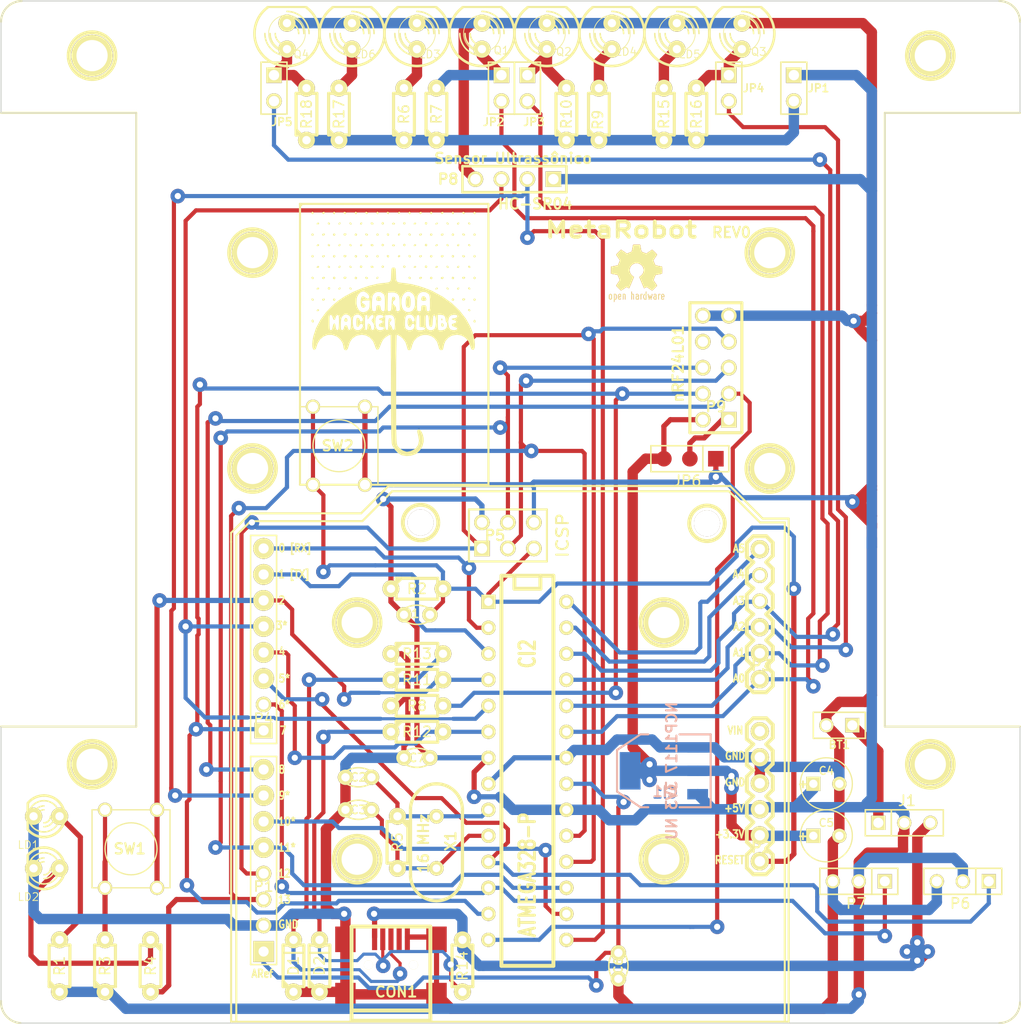
<source format=kicad_pcb>
(kicad_pcb (version 3) (host pcbnew "(2013-07-07 BZR 4022)-stable")
  (title_block (title "Arduino Uno R3 Compatible") (rev 0.01) (company "Numato Systems"))
  (layers (15 F.Cu signal) (0 B.Cu signal) (18 B.Paste user) (19 F.Paste user) (20 B.SilkS user) (21 F.SilkS user) (22 B.Mask user) (23 F.Mask user) (28 Edge.Cuts user))
  (net 0 "")
  (net 1 +3.3V)
  (net 2 +5V)
  (net 3 +BATT)
  (net 4 /AREF)
  (net 5 /OSC1)
  (net 6 /OSC2)
  (net 7 /PB0)
  (net 8 /PB1)
  (net 9 /PB2)
  (net 10 /PB3)
  (net 11 /PB4)
  (net 12 /PB5)
  (net 13 /PC0)
  (net 14 /PC1)
  (net 15 /PC2)
  (net 16 /PC3)
  (net 17 /PC4)
  (net 18 /PC5)
  (net 19 /PD0)
  (net 20 /PD1)
  (net 21 /PD2)
  (net 22 /PD3)
  (net 23 /PD4)
  (net 24 /PD5)
  (net 25 /PD6)
  (net 26 /PD7)
  (net 27 /~RST)
  (net 28 GND)
  (net 29 N-0000012)
  (net 30 N-0000013)
  (net 31 N-0000014)
  (net 32 N-0000015)
  (net 33 N-0000016)
  (net 34 N-0000017)
  (net 35 N-0000019)
  (net 36 N-0000020)
  (net 37 N-0000021)
  (net 38 N-0000022)
  (net 39 N-0000024)
  (net 40 N-0000025)
  (net 41 N-0000026)
  (net 42 N-0000027)
  (net 43 N-0000028)
  (net 44 N-0000030)
  (module 1pin (layer F.Cu) (at 152.75052 138.3157 90)
    (fp_text reference V4 hide)
    (fp_text value "" hide)
    (pad 1 thru_hole circle (at 0 0 90) (size 2.54 2.54) (drill 2.54) (layers *.Cu *.Mask F.SilkS))
  )
  (module 1pin (layer F.Cu) (at 180.74132 138.3919 90)
    (fp_text reference V5 hide)
    (fp_text value "" hide)
    (pad 1 thru_hole circle (at 0 0 90) (size 2.54 2.54) (drill 2.54) (layers *.Cu *.Mask F.SilkS))
  )
  (module 1pin (layer F.Cu) (at 146.558 148.082)
    (fp_text reference 1PIN hide)
    (fp_text value P*** hide)
    (pad 1 thru_hole circle (at 0 0) (size 4.064 4.064) (drill 3.048) (layers *.Cu *.Mask F.SilkS))
  )
  (module 1pin (layer F.Cu) (at 176.53 148.082)
    (fp_text reference 1PIN hide)
    (fp_text value P*** hide)
    (pad 1 thru_hole circle (at 0 0) (size 4.064 4.064) (drill 3.048) (layers *.Cu *.Mask F.SilkS))
  )
  (module 1pin (layer F.Cu) (at 176.53 171.196)
    (fp_text reference 1PIN hide)
    (fp_text value P*** hide)
    (pad 1 thru_hole circle (at 0 0) (size 4.064 4.064) (drill 3.048) (layers *.Cu *.Mask F.SilkS))
  )
  (module 1pin (layer F.Cu) (at 146.558 171.196)
    (fp_text reference 1PIN hide)
    (fp_text value P*** hide)
    (pad 1 thru_hole circle (at 0 0) (size 4.064 4.064) (drill 3.048) (layers *.Cu *.Mask F.SilkS))
  )
  (module 1pin (layer F.Cu) (at 136.3345 133.0325 180)
    (fp_text reference 1PIN hide)
    (fp_text value P*** hide)
    (pad 1 thru_hole circle (at 0 0 180) (size 4.064 4.064) (drill 3.048) (layers *.Cu *.Mask F.SilkS))
  )
  (module 1pin (layer F.Cu) (at 136.3345 111.9505 180)
    (fp_text reference 1PIN hide)
    (fp_text value P*** hide)
    (pad 1 thru_hole circle (at 0 0 180) (size 4.064 4.064) (drill 3.048) (layers *.Cu *.Mask F.SilkS))
  )
  (module 1pin (layer F.Cu) (at 186.8805 111.9505 180)
    (fp_text reference 1PIN hide)
    (fp_text value P*** hide)
    (pad 1 thru_hole circle (at 0 0 180) (size 4.064 4.064) (drill 3.048) (layers *.Cu *.Mask F.SilkS))
  )
  (module 1pin (layer F.Cu) (at 186.8805 133.0325 180)
    (fp_text reference 1PIN hide)
    (fp_text value P*** hide)
    (pad 1 thru_hole circle (at 0 0 180) (size 4.064 4.064) (drill 3.048) (layers *.Cu *.Mask F.SilkS))
  )
  (module SW_PUSH_SMALL (layer F.Cu) (at 144.78 130.81 90)
    (fp_text reference SW2 (at 0 -0.127 180) (layer F.SilkS) (effects (font (size 1.016 1.016) (thickness 0.2032))))
    (fp_text value "SW Mini 180o" hide)
    (pad 1 thru_hole circle (at 3.81 -2.54 90) (size 1.397 1.397) (drill 0.9906) (layers *.Cu *.Mask F.SilkS) (net 27 /~RST))
    (pad 2 thru_hole circle (at 3.81 2.54 90) (size 1.397 1.397) (drill 0.9906) (layers *.Cu *.Mask F.SilkS) (net 28 GND))
    (pad 1 thru_hole circle (at -3.81 -2.54 90) (size 1.397 1.397) (drill 0.9906) (layers *.Cu *.Mask F.SilkS) (net 27 /~RST))
    (pad 2 thru_hole circle (at -3.81 2.54 90) (size 1.397 1.397) (drill 0.9906) (layers *.Cu *.Mask F.SilkS) (net 28 GND))
  )
  (module SW_PUSH_SMALL (layer F.Cu) (at 124.46 170.18 90)
    (fp_text reference SW1 (at 0 -0.127 180) (layer F.SilkS) (effects (font (size 1.016 1.016) (thickness 0.2032))))
    (fp_text value "SW Mini 180o" hide)
    (pad 1 thru_hole circle (at 3.81 -2.54 90) (size 1.397 1.397) (drill 0.9906) (layers *.Cu *.Mask F.SilkS) (net 29 N-0000012))
    (pad 2 thru_hole circle (at 3.81 2.54 90) (size 1.397 1.397) (drill 0.9906) (layers *.Cu *.Mask F.SilkS) (net 21 /PD2))
    (pad 1 thru_hole circle (at -3.81 -2.54 90) (size 1.397 1.397) (drill 0.9906) (layers *.Cu *.Mask F.SilkS) (net 29 N-0000012))
    (pad 2 thru_hole circle (at -3.81 2.54 90) (size 1.397 1.397) (drill 0.9906) (layers *.Cu *.Mask F.SilkS) (net 21 /PD2))
  )
  (module SOT223 (layer B.Cu) (at 176.53 162.56 270)
    (fp_text reference CI1 (at 2.032 -0.127 360) (layer B.SilkS) (effects (font (size 1.016 1.016) (thickness 0.2032)) (justify mirror)))
    (fp_text value "NCP1117 3V3 NU" (at 0 -0.762 270) (layer B.SilkS) (effects (font (size 1.016 1.016) (thickness 0.2032)) (justify mirror)))
    (pad 2 smd rect (at 0 3.302 270) (size 3.6576 2.032) (layers B.Cu B.Paste B.Mask) (net 1 +3.3V))
    (pad 2 smd rect (at 0 -3.302 270) (size 1.016 2.032) (layers B.Cu B.Paste B.Mask) (net 1 +3.3V))
    (pad 3 smd rect (at 2.286 -3.302 270) (size 1.016 2.032) (layers B.Cu B.Paste B.Mask) (net 2 +5V))
    (pad 1 smd rect (at -2.286 -3.302 270) (size 1.016 2.032) (layers B.Cu B.Paste B.Mask) (net 28 GND))
  )
  (module RESCR12 (layer F.Cu) (at 167.005 97.155 90)
    (fp_text reference R10 (at -1.27 0 90) (layer F.SilkS) (effects (font (thickness 0.14986))))
    (fp_text value 4K7 hide)
    (pad 1 thru_hole circle (at -3.81 0 90) (size 1.651 1.651) (drill 0.8128) (layers *.Cu *.Mask F.SilkS) (net 42 N-0000027))
    (pad 2 thru_hole circle (at 1.27 0 90) (size 1.651 1.651) (drill 0.8128) (layers *.Cu *.Mask F.SilkS) (net 37 N-0000021))
  )
  (module RESCR12 (layer F.Cu) (at 176.53 97.155 90)
    (fp_text reference R15 (at -1.27 0 90) (layer F.SilkS) (effects (font (thickness 0.14986))))
    (fp_text value 47 hide)
    (pad 1 thru_hole circle (at -3.81 0 90) (size 1.651 1.651) (drill 0.8128) (layers *.Cu *.Mask F.SilkS) (net 42 N-0000027))
    (pad 2 thru_hole circle (at 1.27 0 90) (size 1.651 1.651) (drill 0.8128) (layers *.Cu *.Mask F.SilkS) (net 38 N-0000022))
  )
  (module RESCR12 (layer F.Cu) (at 126.365 182.88 270)
    (fp_text reference R4 (at -1.27 0 270) (layer F.SilkS) (effects (font (thickness 0.14986))))
    (fp_text value 1K5 hide)
    (pad 1 thru_hole circle (at -3.81 0 270) (size 1.651 1.651) (drill 0.8128) (layers *.Cu *.Mask F.SilkS) (net 44 N-0000030))
    (pad 2 thru_hole circle (at 1.27 0 270) (size 1.651 1.651) (drill 0.8128) (layers *.Cu *.Mask F.SilkS) (net 12 /PB5))
  )
  (module RESCR12 (layer F.Cu) (at 179.705 97.155 90)
    (fp_text reference R16 (at -1.27 0 90) (layer F.SilkS) (effects (font (thickness 0.14986))))
    (fp_text value 4K7 hide)
    (pad 1 thru_hole circle (at -3.81 0 90) (size 1.651 1.651) (drill 0.8128) (layers *.Cu *.Mask F.SilkS) (net 42 N-0000027))
    (pad 2 thru_hole circle (at 1.27 0 90) (size 1.651 1.651) (drill 0.8128) (layers *.Cu *.Mask F.SilkS) (net 32 N-0000015))
  )
  (module RESCR12 (layer F.Cu) (at 144.78 97.155 90)
    (fp_text reference R17 (at -1.27 0 90) (layer F.SilkS) (effects (font (thickness 0.14986))))
    (fp_text value 47 hide)
    (pad 1 thru_hole circle (at -3.81 0 90) (size 1.651 1.651) (drill 0.8128) (layers *.Cu *.Mask F.SilkS) (net 42 N-0000027))
    (pad 2 thru_hole circle (at 1.27 0 90) (size 1.651 1.651) (drill 0.8128) (layers *.Cu *.Mask F.SilkS) (net 33 N-0000016))
  )
  (module RESCR12 (layer F.Cu) (at 153.67 156.21)
    (fp_text reference R8 (at -1.27 0) (layer F.SilkS) (effects (font (thickness 0.14986))))
    (fp_text value "10 K" hide)
    (pad 1 thru_hole circle (at -3.81 0) (size 1.651 1.651) (drill 0.8128) (layers *.Cu *.Mask F.SilkS) (net 28 GND))
    (pad 2 thru_hole circle (at 1.27 0) (size 1.651 1.651) (drill 0.8128) (layers *.Cu *.Mask F.SilkS) (net 26 /PD7))
  )
  (module RESCR12 (layer F.Cu) (at 154.305 97.155 90)
    (fp_text reference R7 (at -1.27 0 90) (layer F.SilkS) (effects (font (thickness 0.14986))))
    (fp_text value 4K7 hide)
    (pad 1 thru_hole circle (at -3.81 0 90) (size 1.651 1.651) (drill 0.8128) (layers *.Cu *.Mask F.SilkS) (net 42 N-0000027))
    (pad 2 thru_hole circle (at 1.27 0 90) (size 1.651 1.651) (drill 0.8128) (layers *.Cu *.Mask F.SilkS) (net 35 N-0000019))
  )
  (module RESCR12 (layer F.Cu) (at 156.845 182.88 270)
    (fp_text reference R14 (at -1.27 0 270) (layer F.SilkS) (effects (font (thickness 0.14986))))
    (fp_text value 1K5 hide)
    (pad 1 thru_hole circle (at -3.81 0 270) (size 1.651 1.651) (drill 0.8128) (layers *.Cu *.Mask F.SilkS) (net 41 N-0000026))
    (pad 2 thru_hole circle (at 1.27 0 270) (size 1.651 1.651) (drill 0.8128) (layers *.Cu *.Mask F.SilkS) (net 40 N-0000025))
  )
  (module RESCR12 (layer F.Cu) (at 153.67 151.13)
    (fp_text reference R13 (at -1.27 0) (layer F.SilkS) (effects (font (thickness 0.14986))))
    (fp_text value "1 M" hide)
    (pad 1 thru_hole circle (at -3.81 0) (size 1.651 1.651) (drill 0.8128) (layers *.Cu *.Mask F.SilkS) (net 28 GND))
    (pad 2 thru_hole circle (at 1.27 0) (size 1.651 1.651) (drill 0.8128) (layers *.Cu *.Mask F.SilkS) (net 39 N-0000024))
  )
  (module RESCR12 (layer F.Cu) (at 142.875 180.34 90)
    (fp_text reference D2 (at -1.27 0 90) (layer F.SilkS) (effects (font (thickness 0.14986))))
    (fp_text value 3V6 hide)
    (pad 1 thru_hole circle (at -3.81 0 90) (size 1.651 1.651) (drill 0.8128) (layers *.Cu *.Mask F.SilkS) (net 28 GND))
    (pad 2 thru_hole circle (at 1.27 0 90) (size 1.651 1.651) (drill 0.8128) (layers *.Cu *.Mask F.SilkS) (net 40 N-0000025))
  )
  (module RESCR12 (layer F.Cu) (at 170.18 97.155 90)
    (fp_text reference R9 (at -1.828001 -0.106601 90) (layer F.SilkS) (effects (font (thickness 0.14986))))
    (fp_text value 47 hide)
    (pad 1 thru_hole circle (at -3.81 0 90) (size 1.651 1.651) (drill 0.8128) (layers *.Cu *.Mask F.SilkS) (net 42 N-0000027))
    (pad 2 thru_hole circle (at 1.27 0 90) (size 1.651 1.651) (drill 0.8128) (layers *.Cu *.Mask F.SilkS) (net 36 N-0000020))
  )
  (module RESCR12 (layer F.Cu) (at 140.335 180.34 90)
    (fp_text reference D1 (at -1.27 0 90) (layer F.SilkS) (effects (font (thickness 0.14986))))
    (fp_text value 3V6 hide)
    (pad 1 thru_hole circle (at -3.81 0 90) (size 1.651 1.651) (drill 0.8128) (layers *.Cu *.Mask F.SilkS) (net 28 GND))
    (pad 2 thru_hole circle (at 1.27 0 90) (size 1.651 1.651) (drill 0.8128) (layers *.Cu *.Mask F.SilkS) (net 39 N-0000024))
  )
  (module RESCR12 (layer F.Cu) (at 153.67 158.75)
    (fp_text reference R12 (at -1.27 0) (layer F.SilkS) (effects (font (thickness 0.14986))))
    (fp_text value 68 hide)
    (pad 1 thru_hole circle (at -3.81 0) (size 1.651 1.651) (drill 0.8128) (layers *.Cu *.Mask F.SilkS) (net 40 N-0000025))
    (pad 2 thru_hole circle (at 1.27 0) (size 1.651 1.651) (drill 0.8128) (layers *.Cu *.Mask F.SilkS) (net 23 /PD4))
  )
  (module RESCR12 (layer F.Cu) (at 153.67 153.67)
    (fp_text reference R11 (at -1.27 0) (layer F.SilkS) (effects (font (thickness 0.14986))))
    (fp_text value 68 hide)
    (pad 1 thru_hole circle (at -3.81 0) (size 1.651 1.651) (drill 0.8128) (layers *.Cu *.Mask F.SilkS) (net 39 N-0000024))
    (pad 2 thru_hole circle (at 1.27 0) (size 1.651 1.651) (drill 0.8128) (layers *.Cu *.Mask F.SilkS) (net 21 /PD2))
  )
  (module RESCR12 (layer F.Cu) (at 151.13 97.155 90)
    (fp_text reference R6 (at -1.27 0 90) (layer F.SilkS) (effects (font (thickness 0.14986))))
    (fp_text value 47 hide)
    (pad 1 thru_hole circle (at -3.81 0 90) (size 1.651 1.651) (drill 0.8128) (layers *.Cu *.Mask F.SilkS) (net 42 N-0000027))
    (pad 2 thru_hole circle (at 1.27 0 90) (size 1.651 1.651) (drill 0.8128) (layers *.Cu *.Mask F.SilkS) (net 43 N-0000028))
  )
  (module RESCR12 (layer F.Cu) (at 141.605 97.155 90)
    (fp_text reference R18 (at -1.27 0 90) (layer F.SilkS) (effects (font (thickness 0.14986))))
    (fp_text value 4K7 hide)
    (pad 1 thru_hole circle (at -3.81 0 90) (size 1.651 1.651) (drill 0.8128) (layers *.Cu *.Mask F.SilkS) (net 42 N-0000027))
    (pad 2 thru_hole circle (at 1.27 0 90) (size 1.651 1.651) (drill 0.8128) (layers *.Cu *.Mask F.SilkS) (net 34 N-0000017))
  )
  (module RESCR12 (layer F.Cu) (at 150.495 170.815 270)
    (fp_text reference R5 (at -1.27 0 270) (layer F.SilkS) (effects (font (thickness 0.14986))))
    (fp_text value "1M NU" hide)
    (pad 1 thru_hole circle (at -3.81 0 270) (size 1.651 1.651) (drill 0.8128) (layers *.Cu *.Mask F.SilkS) (net 5 /OSC1))
    (pad 2 thru_hole circle (at 1.27 0 270) (size 1.651 1.651) (drill 0.8128) (layers *.Cu *.Mask F.SilkS) (net 6 /OSC2))
  )
  (module RESCR12 (layer F.Cu) (at 153.67 144.78)
    (fp_text reference R2 (at -1.27 0) (layer F.SilkS) (effects (font (thickness 0.14986))))
    (fp_text value "10 K" hide)
    (pad 1 thru_hole circle (at -3.81 0) (size 1.651 1.651) (drill 0.8128) (layers *.Cu *.Mask F.SilkS) (net 2 +5V))
    (pad 2 thru_hole circle (at 1.27 0) (size 1.651 1.651) (drill 0.8128) (layers *.Cu *.Mask F.SilkS) (net 27 /~RST))
  )
  (module RESCR12 (layer F.Cu) (at 121.92 180.34 90)
    (fp_text reference R3 (at -1.27 0 90) (layer F.SilkS) (effects (font (thickness 0.14986))))
    (fp_text value 1K5 hide)
    (pad 1 thru_hole circle (at -3.81 0 90) (size 1.651 1.651) (drill 0.8128) (layers *.Cu *.Mask F.SilkS) (net 2 +5V))
    (pad 2 thru_hole circle (at 1.27 0 90) (size 1.651 1.651) (drill 0.8128) (layers *.Cu *.Mask F.SilkS) (net 29 N-0000012))
  )
  (module RESCR12 (layer F.Cu) (at 117.475 180.34 90)
    (fp_text reference R1 (at -1.27 0 90) (layer F.SilkS) (effects (font (thickness 0.14986))))
    (fp_text value 1K5 hide)
    (pad 1 thru_hole circle (at -3.81 0 90) (size 1.651 1.651) (drill 0.8128) (layers *.Cu *.Mask F.SilkS) (net 2 +5V))
    (pad 2 thru_hole circle (at 1.27 0 90) (size 1.651 1.651) (drill 0.8128) (layers *.Cu *.Mask F.SilkS) (net 31 N-0000014))
  )
  (module PIN_ARRAY_8X1 (layer F.Cu) (at 137.414 177.673 90)
    (fp_text reference P1 (at 3.81 0 180) (layer F.SilkS))
    (fp_text value CONN_8 hide)
    (pad 2 thru_hole circle (at 0 0 90) (size 1.524 1.524) (drill 0.9906) (layers *.Cu *.Mask F.SilkS) (net 28 GND))
    (pad 3 thru_hole circle (at 2.54 0 90) (size 1.524 1.524) (drill 0.9906) (layers *.Cu *.Mask F.SilkS) (net 12 /PB5))
    (pad 4 thru_hole circle (at 5.08 0 90) (size 1.524 1.524) (drill 0.9906) (layers *.Cu *.Mask F.SilkS) (net 11 /PB4))
    (pad 5 thru_hole circle (at 7.62 0 90) (size 2.032 2.032) (drill 0.9906) (layers *.Cu *.Mask F.SilkS) (net 10 /PB3))
    (pad 6 thru_hole circle (at 10.16 0 90) (size 2.032 2.032) (drill 0.9906) (layers *.Cu *.Mask F.SilkS) (net 9 /PB2))
    (pad 7 thru_hole circle (at 12.7 0 90) (size 2.032 2.032) (drill 0.9906) (layers *.Cu *.Mask F.SilkS) (net 8 /PB1))
    (pad 8 thru_hole circle (at 15.24 0 90) (size 2.032 2.032) (drill 0.9906) (layers *.Cu *.Mask F.SilkS) (net 7 /PB0))
    (pad 1 thru_hole rect (at -2.54 0 90) (size 2.032 2.032) (drill 0.9906) (layers *.Cu *.Mask F.SilkS) (net 4 /AREF))
  )
  (module PIN_ARRAY_8X1 (layer F.Cu) (at 137.414 156.083 90)
    (fp_text reference P4 (at -1.397 0 180) (layer F.SilkS))
    (fp_text value CONN_8 hide)
    (pad 2 thru_hole circle (at 0 0 90) (size 1.524 1.524) (drill 0.9906) (layers *.Cu *.Mask F.SilkS) (net 25 /PD6))
    (pad 3 thru_hole circle (at 2.54 0 90) (size 2.032 2.032) (drill 0.9906) (layers *.Cu *.Mask F.SilkS) (net 24 /PD5))
    (pad 4 thru_hole circle (at 5.08 0 90) (size 2.032 2.032) (drill 0.9906) (layers *.Cu *.Mask F.SilkS) (net 23 /PD4))
    (pad 5 thru_hole circle (at 7.62 0 90) (size 2.032 2.032) (drill 0.9906) (layers *.Cu *.Mask F.SilkS) (net 22 /PD3))
    (pad 6 thru_hole circle (at 10.16 0 90) (size 2.032 2.032) (drill 0.9906) (layers *.Cu *.Mask F.SilkS) (net 21 /PD2))
    (pad 7 thru_hole circle (at 12.7 0 90) (size 2.032 2.032) (drill 0.9906) (layers *.Cu *.Mask F.SilkS) (net 20 /PD1))
    (pad 8 thru_hole circle (at 15.24 0 90) (size 2.032 2.032) (drill 0.9906) (layers *.Cu *.Mask F.SilkS) (net 19 /PD0))
    (pad 1 thru_hole rect (at -2.54 0 90) (size 1.524 1.778) (drill 0.9906) (layers *.Cu *.Mask F.SilkS) (net 26 /PD7))
  )
  (module PIN_ARRAY_5x2 (layer F.Cu) (at 181.61 123.19 90)
    (fp_text reference P9 (at -3.81 0 180) (layer F.SilkS) (effects (font (size 1.016 1.016) (thickness 0.2032))))
    (fp_text value "CONN_5X2 NU" hide)
    (pad 1 thru_hole rect (at -5.08 1.27 90) (size 1.524 1.524) (drill 1.016) (layers *.Cu *.Mask F.SilkS) (net 30 N-0000013))
    (pad 2 thru_hole circle (at -5.08 -1.27 90) (size 1.524 1.524) (drill 1.016) (layers *.Cu *.Mask F.SilkS) (net 1 +3.3V))
    (pad 3 thru_hole circle (at -2.54 1.27 90) (size 1.524 1.524) (drill 1.016) (layers *.Cu *.Mask F.SilkS) (net 7 /PB0))
    (pad 4 thru_hole circle (at -2.54 -1.27 90) (size 1.524 1.524) (drill 1.016) (layers *.Cu *.Mask F.SilkS) (net 26 /PD7))
    (pad 5 thru_hole circle (at 0 1.27 90) (size 1.524 1.524) (drill 1.016) (layers *.Cu *.Mask F.SilkS) (net 12 /PB5))
    (pad 6 thru_hole circle (at 0 -1.27 90) (size 1.524 1.524) (drill 1.016) (layers *.Cu *.Mask F.SilkS) (net 10 /PB3))
    (pad 7 thru_hole circle (at 2.54 1.27 90) (size 1.524 1.524) (drill 1.016) (layers *.Cu *.Mask F.SilkS) (net 11 /PB4))
    (pad 8 thru_hole circle (at 2.54 -1.27 90) (size 1.524 1.524) (drill 1.016) (layers *.Cu *.Mask F.SilkS))
    (pad 9 thru_hole circle (at 5.08 1.27 90) (size 1.524 1.524) (drill 1.016) (layers *.Cu *.Mask F.SilkS) (net 28 GND))
    (pad 10 thru_hole circle (at 5.08 -1.27 90) (size 1.524 1.524) (drill 1.016) (layers *.Cu *.Mask F.SilkS) (net 28 GND))
  )
  (module PIN_ARRAY_4x1 (layer F.Cu) (at 161.925 104.775 180)
    (fp_text reference P8 (at 6.477 0 180) (layer F.SilkS) (effects (font (size 1.016 1.016) (thickness 0.2032))))
    (fp_text value HC-SR04 hide)
    (pad 1 thru_hole rect (at -3.81 0 180) (size 1.524 1.524) (drill 1.016) (layers *.Cu *.Mask F.SilkS) (net 2 +5V))
    (pad 2 thru_hole circle (at -1.27 0 180) (size 1.524 1.524) (drill 1.016) (layers *.Cu *.Mask F.SilkS) (net 8 /PB1))
    (pad 3 thru_hole circle (at 1.27 0 180) (size 1.524 1.524) (drill 1.016) (layers *.Cu *.Mask F.SilkS) (net 22 /PD3))
    (pad 4 thru_hole circle (at 3.81 0 180) (size 1.524 1.524) (drill 1.016) (layers *.Cu *.Mask F.SilkS) (net 28 GND))
  )
  (module pin_array_3x2 (layer F.Cu) (at 161.29 139.573)
    (fp_text reference P5 (at -1.27 0) (layer F.SilkS) (effects (font (size 1.016 1.016) (thickness 0.2032))))
    (fp_text value CONN_3X2 hide)
    (pad 1 thru_hole rect (at -2.54 1.27) (size 1.524 1.524) (drill 1.016) (layers *.Cu *.Mask F.SilkS) (net 11 /PB4))
    (pad 2 thru_hole circle (at -2.54 -1.27) (size 1.524 1.524) (drill 1.016) (layers *.Cu *.Mask F.SilkS) (net 2 +5V))
    (pad 3 thru_hole circle (at 0 1.27) (size 1.524 1.524) (drill 1.016) (layers *.Cu *.Mask F.SilkS) (net 12 /PB5))
    (pad 4 thru_hole circle (at 0 -1.27) (size 1.524 1.524) (drill 1.016) (layers *.Cu *.Mask F.SilkS) (net 10 /PB3))
    (pad 5 thru_hole circle (at 2.54 1.27) (size 1.524 1.524) (drill 1.016) (layers *.Cu *.Mask F.SilkS) (net 27 /~RST))
    (pad 6 thru_hole circle (at 2.54 -1.27) (size 1.524 1.524) (drill 1.016) (layers *.Cu *.Mask F.SilkS) (net 28 GND))
  )
  (module PIN_ARRAY_3X1 (layer F.Cu) (at 200.025 167.64)
    (fp_text reference J1 (at 0.254 -2.159) (layer F.SilkS) (effects (font (size 1.016 1.016) (thickness 0.1524))))
    (fp_text value CONN_3 hide)
    (pad 1 thru_hole rect (at -2.54 0) (size 1.397 1.397) (drill 0.9906) (layers *.Cu *.Mask F.SilkS) (net 3 +BATT))
    (pad 2 thru_hole circle (at 0 0) (size 1.397 1.397) (drill 0.9906) (layers *.Cu *.Mask F.SilkS) (net 2 +5V))
    (pad 3 thru_hole circle (at 2.54 0) (size 1.397 1.397) (drill 0.9906) (layers *.Cu *.Mask F.SilkS) (net 41 N-0000026))
  )
  (module PIN_ARRAY_3X1 (layer F.Cu) (at 205.74 173.355 180)
    (fp_text reference P6 (at 0.254 -2.159 180) (layer F.SilkS) (effects (font (size 1.016 1.016) (thickness 0.1524))))
    (fp_text value CONN_3 hide)
    (pad 1 thru_hole rect (at -2.54 0 180) (size 1.397 1.397) (drill 0.9906) (layers *.Cu *.Mask F.SilkS) (net 24 /PD5))
    (pad 2 thru_hole circle (at 0 0 180) (size 1.397 1.397) (drill 0.9906) (layers *.Cu *.Mask F.SilkS) (net 2 +5V))
    (pad 3 thru_hole circle (at 2.54 0 180) (size 1.397 1.397) (drill 0.9906) (layers *.Cu *.Mask F.SilkS) (net 28 GND))
  )
  (module PIN_ARRAY_3X1 (layer F.Cu) (at 195.58 173.355 180)
    (fp_text reference P7 (at 0.254 -2.159 180) (layer F.SilkS) (effects (font (size 1.016 1.016) (thickness 0.1524))))
    (fp_text value CONN_3 hide)
    (pad 1 thru_hole rect (at -2.54 0 180) (size 1.397 1.397) (drill 0.9906) (layers *.Cu *.Mask F.SilkS) (net 25 /PD6))
    (pad 2 thru_hole circle (at 0 0 180) (size 1.397 1.397) (drill 0.9906) (layers *.Cu *.Mask F.SilkS) (net 2 +5V))
    (pad 3 thru_hole circle (at 2.54 0 180) (size 1.397 1.397) (drill 0.9906) (layers *.Cu *.Mask F.SilkS) (net 28 GND))
  )
  (module PIN_ARRAY_2X1 (layer F.Cu) (at 160.655 95.885 270)
    (fp_text reference JP2 (at 3.302 0.762 360) (layer F.SilkS) (effects (font (size 0.762 0.762) (thickness 0.1524))))
    (fp_text value JUMPER hide)
    (pad 1 thru_hole rect (at -1.27 0 270) (size 1.524 1.524) (drill 1.016) (layers *.Cu *.Mask F.SilkS) (net 35 N-0000019))
    (pad 2 thru_hole circle (at 1.27 0 270) (size 1.524 1.524) (drill 1.016) (layers *.Cu *.Mask F.SilkS) (net 13 /PC0))
  )
  (module PIN_ARRAY_2X1 (layer F.Cu) (at 182.88 95.885 270)
    (fp_text reference JP4 (at 0 -2.413 360) (layer F.SilkS) (effects (font (size 0.762 0.762) (thickness 0.1524))))
    (fp_text value JUMPER hide)
    (pad 1 thru_hole rect (at -1.27 0 270) (size 1.524 1.524) (drill 1.016) (layers *.Cu *.Mask F.SilkS) (net 32 N-0000015))
    (pad 2 thru_hole circle (at 1.27 0 270) (size 1.524 1.524) (drill 1.016) (layers *.Cu *.Mask F.SilkS) (net 15 /PC2))
  )
  (module PIN_ARRAY_2X1 (layer F.Cu) (at 138.43 95.885 270)
    (fp_text reference JP5 (at 3.302 -0.762 360) (layer F.SilkS) (effects (font (size 0.762 0.762) (thickness 0.1524))))
    (fp_text value JUMPER hide)
    (pad 1 thru_hole rect (at -1.27 0 270) (size 1.524 1.524) (drill 1.016) (layers *.Cu *.Mask F.SilkS) (net 34 N-0000017))
    (pad 2 thru_hole circle (at 1.27 0 270) (size 1.524 1.524) (drill 1.016) (layers *.Cu *.Mask F.SilkS) (net 16 /PC3))
  )
  (module PIN_ARRAY_2X1 (layer F.Cu) (at 163.195 95.885 270)
    (fp_text reference JP3 (at 3.302 -0.635 360) (layer F.SilkS) (effects (font (size 0.762 0.762) (thickness 0.1524))))
    (fp_text value JUMPER hide)
    (pad 1 thru_hole rect (at -1.27 0 270) (size 1.524 1.524) (drill 1.016) (layers *.Cu *.Mask F.SilkS) (net 37 N-0000021))
    (pad 2 thru_hole circle (at 1.27 0 270) (size 1.524 1.524) (drill 1.016) (layers *.Cu *.Mask F.SilkS) (net 14 /PC1))
  )
  (module PIN_ARRAY_2X1 (layer F.Cu) (at 189.23 95.885 270)
    (fp_text reference JP1 (at 0 -2.413 360) (layer F.SilkS) (effects (font (size 0.762 0.762) (thickness 0.1524))))
    (fp_text value JUMPER hide)
    (pad 1 thru_hole rect (at -1.27 0 270) (size 1.524 1.524) (drill 1.016) (layers *.Cu *.Mask F.SilkS) (net 2 +5V))
    (pad 2 thru_hole circle (at 1.27 0 270) (size 1.524 1.524) (drill 1.016) (layers *.Cu *.Mask F.SilkS) (net 42 N-0000027))
  )
  (module PIN_ARRAY_2X1 (layer F.Cu) (at 193.675 158.115 180)
    (fp_text reference BT1 (at 0 -1.905 180) (layer F.SilkS) (effects (font (size 0.762 0.762) (thickness 0.1524))))
    (fp_text value BATTERY hide)
    (pad 1 thru_hole rect (at -1.27 0 180) (size 1.397 1.397) (drill 0.9906) (layers *.Cu *.Mask F.SilkS) (net 3 +BATT))
    (pad 2 thru_hole circle (at 1.27 0 180) (size 1.397 1.397) (drill 0.9906) (layers *.Cu *.Mask F.SilkS) (net 28 GND))
  )
  (module LED-5MM (layer F.Cu) (at 152.4 90.805 90)
    (fp_text reference LD3 (at -1.778 1.27 180) (layer F.SilkS) (effects (font (size 0.762 0.762) (thickness 0.0889))))
    (fp_text value TIL38 hide)
    (pad 1 thru_hole circle (at -1.27 0 90) (size 1.6764 1.6764) (drill 0.8128) (layers *.Cu *.Mask F.SilkS) (net 43 N-0000028))
    (pad 2 thru_hole circle (at 1.27 0 90) (size 1.6764 1.6764) (drill 0.8128) (layers *.Cu *.Mask F.SilkS) (net 28 GND))
  )
  (module LED-5MM (layer F.Cu) (at 158.75 90.805 90)
    (fp_text reference Q1 (at -1.397 1.905 180) (layer F.SilkS) (effects (font (size 0.762 0.762) (thickness 0.0889))))
    (fp_text value TIL78 hide)
    (pad 1 thru_hole circle (at -1.27 0 90) (size 1.6764 1.6764) (drill 0.8128) (layers *.Cu *.Mask F.SilkS) (net 35 N-0000019))
    (pad 2 thru_hole circle (at 1.27 0 90) (size 1.6764 1.6764) (drill 0.8128) (layers *.Cu *.Mask F.SilkS) (net 28 GND))
  )
  (module LED-5MM (layer F.Cu) (at 184.15 90.805 90)
    (fp_text reference Q3 (at -1.524 1.651 180) (layer F.SilkS) (effects (font (size 0.762 0.762) (thickness 0.0889))))
    (fp_text value TIL78 hide)
    (pad 1 thru_hole circle (at -1.27 0 90) (size 1.6764 1.6764) (drill 0.8128) (layers *.Cu *.Mask F.SilkS) (net 32 N-0000015))
    (pad 2 thru_hole circle (at 1.27 0 90) (size 1.6764 1.6764) (drill 0.8128) (layers *.Cu *.Mask F.SilkS) (net 28 GND))
  )
  (module LED-5MM (layer F.Cu) (at 177.8 90.805 90)
    (fp_text reference LD5 (at -1.778 1.27 180) (layer F.SilkS) (effects (font (size 0.762 0.762) (thickness 0.0889))))
    (fp_text value TIL38 hide)
    (pad 1 thru_hole circle (at -1.27 0 90) (size 1.6764 1.6764) (drill 0.8128) (layers *.Cu *.Mask F.SilkS) (net 38 N-0000022))
    (pad 2 thru_hole circle (at 1.27 0 90) (size 1.6764 1.6764) (drill 0.8128) (layers *.Cu *.Mask F.SilkS) (net 28 GND))
  )
  (module LED-5MM (layer F.Cu) (at 171.45 90.805 90)
    (fp_text reference LD4 (at -1.524 1.397 180) (layer F.SilkS) (effects (font (size 0.762 0.762) (thickness 0.0889))))
    (fp_text value TIL38 hide)
    (pad 1 thru_hole circle (at -1.27 0 90) (size 1.6764 1.6764) (drill 0.8128) (layers *.Cu *.Mask F.SilkS) (net 36 N-0000020))
    (pad 2 thru_hole circle (at 1.27 0 90) (size 1.6764 1.6764) (drill 0.8128) (layers *.Cu *.Mask F.SilkS) (net 28 GND))
  )
  (module LED-5MM (layer F.Cu) (at 139.7 90.805 90)
    (fp_text reference Q4 (at -1.778 1.397 180) (layer F.SilkS) (effects (font (size 0.762 0.762) (thickness 0.0889))))
    (fp_text value TIL78 hide)
    (pad 1 thru_hole circle (at -1.27 0 90) (size 1.6764 1.6764) (drill 0.8128) (layers *.Cu *.Mask F.SilkS) (net 34 N-0000017))
    (pad 2 thru_hole circle (at 1.27 0 90) (size 1.6764 1.6764) (drill 0.8128) (layers *.Cu *.Mask F.SilkS) (net 28 GND))
  )
  (module LED-5MM (layer F.Cu) (at 146.05 90.805 90)
    (fp_text reference LD6 (at -1.778 1.27 180) (layer F.SilkS) (effects (font (size 0.762 0.762) (thickness 0.0889))))
    (fp_text value TIL38 hide)
    (pad 1 thru_hole circle (at -1.27 0 90) (size 1.6764 1.6764) (drill 0.8128) (layers *.Cu *.Mask F.SilkS) (net 33 N-0000016))
    (pad 2 thru_hole circle (at 1.27 0 90) (size 1.6764 1.6764) (drill 0.8128) (layers *.Cu *.Mask F.SilkS) (net 28 GND))
  )
  (module LED-5MM (layer F.Cu) (at 165.1 90.805 90)
    (fp_text reference Q2 (at -1.524 1.651 180) (layer F.SilkS) (effects (font (size 0.762 0.762) (thickness 0.0889))))
    (fp_text value TIL78 hide)
    (pad 1 thru_hole circle (at -1.27 0 90) (size 1.6764 1.6764) (drill 0.8128) (layers *.Cu *.Mask F.SilkS) (net 37 N-0000021))
    (pad 2 thru_hole circle (at 1.27 0 90) (size 1.6764 1.6764) (drill 0.8128) (layers *.Cu *.Mask F.SilkS) (net 28 GND))
  )
  (module LED-3MM (layer F.Cu) (at 116.205 172.085 180)
    (fp_text reference LD2 (at 1.778 -2.794 180) (layer F.SilkS) (effects (font (size 0.762 0.762) (thickness 0.0889))))
    (fp_text value "Vm 3mm" hide)
    (pad 1 thru_hole circle (at -1.27 0 180) (size 1.6764 1.6764) (drill 0.8128) (layers *.Cu *.Mask F.SilkS) (net 44 N-0000030))
    (pad 2 thru_hole circle (at 1.27 0 180) (size 1.6764 1.6764) (drill 0.8128) (layers *.Cu *.Mask F.SilkS) (net 28 GND))
  )
  (module LED-3MM (layer F.Cu) (at 116.205 167.005 180)
    (fp_text reference LD1 (at 1.778 -2.794 180) (layer F.SilkS) (effects (font (size 0.762 0.762) (thickness 0.0889))))
    (fp_text value "Vd 3mm" hide)
    (pad 1 thru_hole circle (at -1.27 0 180) (size 1.6764 1.6764) (drill 0.8128) (layers *.Cu *.Mask F.SilkS) (net 31 N-0000014))
    (pad 2 thru_hole circle (at 1.27 0 180) (size 1.6764 1.6764) (drill 0.8128) (layers *.Cu *.Mask F.SilkS) (net 28 GND))
  )
  (module HC-49V (layer F.Cu) (at 154.305 169.545 270)
    (fp_text reference X1 (at -0.127 -1.397 270) (layer F.SilkS) (effects (font (size 1.016 1.016) (thickness 0.2032))))
    (fp_text value "16 MHz" (at 0.127 1.27 270) (layer F.SilkS) (effects (font (size 1.016 1.016) (thickness 0.2032))))
    (pad 1 thru_hole circle (at -2.54 0 270) (size 1.4224 1.4224) (drill 0.762) (layers *.Cu *.Mask F.SilkS) (net 5 /OSC1))
    (pad 2 thru_hole circle (at 2.54 0 270) (size 1.4224 1.4224) (drill 0.762) (layers *.Cu *.Mask F.SilkS) (net 6 /OSC2))
  )
  (module DIP-28__300 (layer F.Cu) (at 163.195 162.56 270)
    (fp_text reference CI2 (at -11.43 0 270) (layer F.SilkS) (effects (font (size 1.524 1.143) (thickness 0.3048))))
    (fp_text value ATMEGA328-P (at 10.16 0 270) (layer F.SilkS) (effects (font (size 1.524 1.143) (thickness 0.3048))))
    (pad 2 thru_hole circle (at -13.97 3.81 270) (size 1.397 1.397) (drill 0.8128) (layers *.Cu *.Mask F.SilkS) (net 19 /PD0))
    (pad 3 thru_hole circle (at -11.43 3.81 270) (size 1.397 1.397) (drill 0.8128) (layers *.Cu *.Mask F.SilkS) (net 20 /PD1))
    (pad 4 thru_hole circle (at -8.89 3.81 270) (size 1.397 1.397) (drill 0.8128) (layers *.Cu *.Mask F.SilkS) (net 21 /PD2))
    (pad 5 thru_hole circle (at -6.35 3.81 270) (size 1.397 1.397) (drill 0.8128) (layers *.Cu *.Mask F.SilkS) (net 22 /PD3))
    (pad 6 thru_hole circle (at -3.81 3.81 270) (size 1.397 1.397) (drill 0.8128) (layers *.Cu *.Mask F.SilkS) (net 23 /PD4))
    (pad 7 thru_hole circle (at -1.27 3.81 270) (size 1.397 1.397) (drill 0.8128) (layers *.Cu *.Mask F.SilkS) (net 2 +5V))
    (pad 8 thru_hole circle (at 1.27 3.81 270) (size 1.397 1.397) (drill 0.8128) (layers *.Cu *.Mask F.SilkS) (net 28 GND))
    (pad 9 thru_hole circle (at 3.81 3.81 270) (size 1.397 1.397) (drill 0.8128) (layers *.Cu *.Mask F.SilkS) (net 5 /OSC1))
    (pad 10 thru_hole circle (at 6.35 3.81 270) (size 1.397 1.397) (drill 0.8128) (layers *.Cu *.Mask F.SilkS) (net 6 /OSC2))
    (pad 11 thru_hole circle (at 8.89 3.81 270) (size 1.397 1.397) (drill 0.8128) (layers *.Cu *.Mask F.SilkS) (net 24 /PD5))
    (pad 12 thru_hole circle (at 11.43 3.81 270) (size 1.397 1.397) (drill 0.8128) (layers *.Cu *.Mask F.SilkS) (net 25 /PD6))
    (pad 13 thru_hole circle (at 13.97 3.81 270) (size 1.397 1.397) (drill 0.8128) (layers *.Cu *.Mask F.SilkS) (net 26 /PD7))
    (pad 14 thru_hole circle (at 16.51 3.81 270) (size 1.397 1.397) (drill 0.8128) (layers *.Cu *.Mask F.SilkS) (net 7 /PB0))
    (pad 1 thru_hole rect (at -16.51 3.81 270) (size 1.397 1.397) (drill 0.8128) (layers *.Cu *.Mask F.SilkS) (net 27 /~RST))
    (pad 15 thru_hole circle (at 16.51 -3.81 270) (size 1.397 1.397) (drill 0.8128) (layers *.Cu *.Mask F.SilkS) (net 8 /PB1))
    (pad 16 thru_hole circle (at 13.97 -3.81 270) (size 1.397 1.397) (drill 0.8128) (layers *.Cu *.Mask F.SilkS) (net 9 /PB2))
    (pad 17 thru_hole circle (at 11.43 -3.81 270) (size 1.397 1.397) (drill 0.8128) (layers *.Cu *.Mask F.SilkS) (net 10 /PB3))
    (pad 18 thru_hole circle (at 8.89 -3.81 270) (size 1.397 1.397) (drill 0.8128) (layers *.Cu *.Mask F.SilkS) (net 11 /PB4))
    (pad 19 thru_hole circle (at 6.35 -3.81 270) (size 1.397 1.397) (drill 0.8128) (layers *.Cu *.Mask F.SilkS) (net 12 /PB5))
    (pad 20 thru_hole circle (at 3.81 -3.81 270) (size 1.397 1.397) (drill 0.8128) (layers *.Cu *.Mask F.SilkS) (net 2 +5V))
    (pad 21 thru_hole circle (at 1.27 -3.81 270) (size 1.397 1.397) (drill 0.8128) (layers *.Cu *.Mask F.SilkS) (net 4 /AREF))
    (pad 22 thru_hole circle (at -1.27 -3.81 270) (size 1.397 1.397) (drill 0.8128) (layers *.Cu *.Mask F.SilkS) (net 28 GND))
    (pad 23 thru_hole circle (at -3.81 -3.81 270) (size 1.397 1.397) (drill 0.8128) (layers *.Cu *.Mask F.SilkS) (net 13 /PC0))
    (pad 24 thru_hole circle (at -6.35 -3.81 270) (size 1.397 1.397) (drill 0.8128) (layers *.Cu *.Mask F.SilkS) (net 14 /PC1))
    (pad 25 thru_hole circle (at -8.89 -3.81 270) (size 1.397 1.397) (drill 0.8128) (layers *.Cu *.Mask F.SilkS) (net 15 /PC2))
    (pad 26 thru_hole circle (at -11.43 -3.81 270) (size 1.397 1.397) (drill 0.8128) (layers *.Cu *.Mask F.SilkS) (net 16 /PC3))
    (pad 27 thru_hole circle (at -13.97 -3.81 270) (size 1.397 1.397) (drill 0.8128) (layers *.Cu *.Mask F.SilkS) (net 17 /PC4))
    (pad 28 thru_hole circle (at -16.51 -3.81 270) (size 1.397 1.397) (drill 0.8128) (layers *.Cu *.Mask F.SilkS) (net 18 /PC5))
  )
  (module CD_Mini (layer F.Cu) (at 172.085 181.61 270)
    (fp_text reference C6 (at 0 0 270) (layer F.SilkS) (effects (font (size 0.8128 0.8128))))
    (fp_text value "100 nF CD" hide)
    (pad 1 thru_hole circle (at -1.27 0 270) (size 1.5 1.5) (drill 0.8128) (layers *.Cu *.Mask F.SilkS) (net 4 /AREF))
    (pad 2 thru_hole circle (at 1.27 0 270) (size 1.5 1.5) (drill 0.8128) (layers *.Cu *.Mask F.SilkS) (net 28 GND))
  )
  (module CD_Mini (layer F.Cu) (at 146.685 166.37)
    (fp_text reference C3 (at 0 0) (layer F.SilkS) (effects (font (size 0.8128 0.8128))))
    (fp_text value "22 pF NU" hide)
    (pad 1 thru_hole circle (at -1.27 0) (size 1.5 1.5) (drill 0.8128) (layers *.Cu *.Mask F.SilkS) (net 28 GND))
    (pad 2 thru_hole circle (at 1.27 0) (size 1.5 1.5) (drill 0.8128) (layers *.Cu *.Mask F.SilkS) (net 6 /OSC2))
  )
  (module CD_Mini (layer F.Cu) (at 146.685 163.195)
    (fp_text reference C2 (at 0 0) (layer F.SilkS) (effects (font (size 0.8128 0.8128))))
    (fp_text value "22 pF NU" hide)
    (pad 1 thru_hole circle (at -1.27 0) (size 1.5 1.5) (drill 0.8128) (layers *.Cu *.Mask F.SilkS) (net 28 GND))
    (pad 2 thru_hole circle (at 1.27 0) (size 1.5 1.5) (drill 0.8128) (layers *.Cu *.Mask F.SilkS) (net 5 /OSC1))
  )
  (module CD_Mini (layer F.Cu) (at 152.4 161.29 180)
    (fp_text reference C7 (at 0 0 180) (layer F.SilkS) (effects (font (size 0.8128 0.8128))))
    (fp_text value "100 nF CD" hide)
    (pad 1 thru_hole circle (at -1.27 0 180) (size 1.5 1.5) (drill 0.8128) (layers *.Cu *.Mask F.SilkS) (net 2 +5V))
    (pad 2 thru_hole circle (at 1.27 0 180) (size 1.5 1.5) (drill 0.8128) (layers *.Cu *.Mask F.SilkS) (net 28 GND))
  )
  (module CD_Mini (layer F.Cu) (at 152.4 147.32)
    (fp_text reference C1 (at -0.558001 -0.106601) (layer F.SilkS) (effects (font (size 0.8128 0.8128))))
    (fp_text value "100 nF CD" hide)
    (pad 1 thru_hole circle (at -1.27 0) (size 1.5 1.5) (drill 0.8128) (layers *.Cu *.Mask F.SilkS) (net 2 +5V))
    (pad 2 thru_hole circle (at 1.27 0) (size 1.5 1.5) (drill 0.8128) (layers *.Cu *.Mask F.SilkS) (net 27 /~RST))
  )
  (module C1V5 (layer F.Cu) (at 192.405 168.91)
    (fp_text reference C5 (at 0 -1.26746) (layer F.SilkS) (effects (font (size 0.762 0.762) (thickness 0.127))))
    (fp_text value "10 uF Mini" hide)
    (fp_text user + (at -2.286 0) (layer F.SilkS) (effects (font (size 0.762 0.762) (thickness 0.2032))))
    (pad 1 thru_hole rect (at -1.27 0) (size 1.397 1.397) (drill 0.8128) (layers *.Cu *.Mask F.SilkS) (net 1 +3.3V))
    (pad 2 thru_hole circle (at 1.27 0) (size 1.397 1.397) (drill 0.8128) (layers *.Cu *.Mask F.SilkS) (net 28 GND))
  )
  (module C1V5 (layer F.Cu) (at 192.405 163.83)
    (fp_text reference C4 (at 0 -1.27) (layer F.SilkS) (effects (font (size 0.762 0.762) (thickness 0.127))))
    (fp_text value "10 uF Mini" hide)
    (fp_text user + (at -2.286 0) (layer F.SilkS) (effects (font (size 0.762 0.762) (thickness 0.2032))))
    (pad 1 thru_hole rect (at -1.27 0) (size 1.397 1.397) (drill 0.8128) (layers *.Cu *.Mask F.SilkS) (net 2 +5V))
    (pad 2 thru_hole circle (at 1.27 0) (size 1.397 1.397) (drill 0.8128) (layers *.Cu *.Mask F.SilkS) (net 28 GND))
  )
  (module Conn6 (layer F.Cu) (at 185.9026 171.3992 90)
    (fp_text reference P2 (at 1.3462 0.1524 180) (layer F.SilkS) (effects (font (size 1.016 1.016) (thickness 0.2032))))
    (fp_text value CONN_6 hide)
    (pad 2 thru_hole circle (at 2.54 0 90) (size 1.778 1.778) (drill 1.016) (layers *.Cu *.Mask F.SilkS) (net 1 +3.3V))
    (pad 3 thru_hole circle (at 5.08 0 90) (size 1.778 1.778) (drill 1.016) (layers *.Cu *.Mask F.SilkS) (net 2 +5V))
    (pad 4 thru_hole circle (at 7.62 0 90) (size 1.778 1.778) (drill 1.016) (layers *.Cu *.Mask F.SilkS) (net 28 GND))
    (pad 5 thru_hole circle (at 10.16 0 90) (size 1.778 1.778) (drill 1.016) (layers *.Cu *.Mask F.SilkS) (net 28 GND))
    (pad 6 thru_hole circle (at 12.7 0 90) (size 1.778 1.778) (drill 1.016) (layers *.Cu *.Mask F.SilkS))
    (pad 1 thru_hole circle (at 0 0 90) (size 1.778 1.778) (drill 1.016) (layers *.Cu *.Mask F.SilkS) (net 27 /~RST))
  )
  (module Conn6 (layer F.Cu) (at 185.9026 153.6192 90)
    (fp_text reference P3 (at 1.3462 0.1524 180) (layer F.SilkS) (effects (font (size 1.016 1.016) (thickness 0.2032))))
    (fp_text value CONN_6 hide)
    (pad 2 thru_hole circle (at 2.54 0 90) (size 1.778 1.778) (drill 1.016) (layers *.Cu *.Mask F.SilkS) (net 14 /PC1))
    (pad 3 thru_hole circle (at 5.08 0 90) (size 1.778 1.778) (drill 1.016) (layers *.Cu *.Mask F.SilkS) (net 15 /PC2))
    (pad 4 thru_hole circle (at 7.62 0 90) (size 1.524 1.524) (drill 1.016) (layers *.Cu *.Mask F.SilkS) (net 16 /PC3))
    (pad 5 thru_hole circle (at 10.16 0 90) (size 1.524 1.524) (drill 1.016) (layers *.Cu *.Mask F.SilkS) (net 17 /PC4))
    (pad 6 thru_hole circle (at 12.7 0 90) (size 1.778 1.778) (drill 1.016) (layers *.Cu *.Mask F.SilkS) (net 18 /PC5))
    (pad 1 thru_hole circle (at 0 0 90) (size 1.778 1.778) (drill 1.016) (layers *.Cu *.Mask F.SilkS) (net 13 /PC0))
  )
  (module PIN_ARRAY_3X1 (layer F.Cu) (at 179.07 132.08 180)
    (fp_text reference JP6 (at 0.254 -2.159 180) (layer F.SilkS) (effects (font (size 1.016 1.016) (thickness 0.1524))))
    (fp_text value JUMPER3 hide)
    (pad 1 smd rect (at -2.54 0 180) (size 1.524 1.524) (layers F.Cu F.Paste F.Mask) (net 28 GND))
    (pad 2 smd circle (at 0 0 180) (size 1.524 1.524) (layers F.Cu F.Paste F.Mask) (net 30 N-0000013))
    (pad 3 smd circle (at 2.54 0 180) (size 1.524 1.524) (layers F.Cu F.Paste F.Mask) (net 1 +3.3V))
  )
  (module USB_MINI_B (layer F.Cu) (at 149.86 182.372 90)
    (fp_text reference CON1 (at -1.778 0.508 180) (layer F.SilkS) (effects (font (size 1.016 1.016) (thickness 0.2032))))
    (fp_text value USB-MINI-B hide)
    (pad 1 smd rect (at 3.44932 -1.6002 90) (size 2.30124 0.50038) (layers F.Cu F.Paste F.Mask) (net 41 N-0000026))
    (pad 2 smd rect (at 3.44932 -0.8001 90) (size 2.30124 0.50038) (layers F.Cu F.Paste F.Mask) (net 40 N-0000025))
    (pad 3 smd rect (at 3.44932 0 90) (size 2.30124 0.50038) (layers F.Cu F.Paste F.Mask) (net 39 N-0000024))
    (pad 4 smd rect (at 3.44932 0.8001 90) (size 2.30124 0.50038) (layers F.Cu F.Paste F.Mask))
    (pad 5 smd rect (at 3.44932 1.6002 90) (size 2.30124 0.50038) (layers F.Cu F.Paste F.Mask) (net 28 GND))
    (pad 6 smd rect (at 3.35026 -4.45008 90) (size 2.49936 1.99898) (layers F.Cu F.Paste F.Mask) (net 28 GND))
    (pad 7 smd rect (at -2.14884 -4.45008 90) (size 2.49936 1.99898) (layers F.Cu F.Paste F.Mask) (net 28 GND))
    (pad 8 smd rect (at 3.35026 4.45008 90) (size 2.49936 1.99898) (layers F.Cu F.Paste F.Mask) (net 28 GND))
    (pad 9 smd rect (at -2.14884 4.45008 90) (size 2.49936 1.99898) (layers F.Cu F.Paste F.Mask) (net 28 GND))
    (pad "" np_thru_hole circle (at 0.8509 -2.19964 90) (size 0.89916 0.89916) (drill 0.89916) (layers *.Cu *.Mask F.SilkS))
    (pad "" np_thru_hole circle (at 0.8509 2.19964 90) (size 0.89916 0.89916) (drill 0.89916) (layers *.Cu *.Mask F.SilkS))
  )
  (module LOGO (layer F.Cu) (at 150.114 119.888)
    (fp_text reference L1 hide)
    (fp_text value LOGO hide)
  )
  (module Logo_copper_OSHW_6x6mm (layer F.Cu) (at 173.863 113.411)
    (fp_text reference G*** hide)
    (fp_text value LOGO hide)
    (fp_line (start 2.16 2.62) (end 2.16 3.08) (layer F.Cu) (width 0.075))
    (fp_line (start 2.25 2.62) (end 2.3 2.62) (layer F.Cu) (width 0.075))
    (fp_line (start 2.2 2.65) (end 2.25 2.62) (layer F.Cu) (width 0.075))
    (fp_line (start 2.18 2.67) (end 2.2 2.65) (layer F.Cu) (width 0.075))
    (fp_line (start 2.16 2.74) (end 2.18 2.67) (layer F.Cu) (width 0.075))
    (fp_line (start 2.6 3.08) (end 2.65 3.05) (layer F.Cu) (width 0.075))
    (fp_line (start 2.5 3.08) (end 2.6 3.08) (layer F.Cu) (width 0.075))
    (fp_line (start 2.46 3.05) (end 2.5 3.08) (layer F.Cu) (width 0.075))
    (fp_line (start 2.44 2.98) (end 2.46 3.05) (layer F.Cu) (width 0.075))
    (fp_line (start 2.44 2.71) (end 2.44 2.98) (layer F.Cu) (width 0.075))
    (fp_line (start 2.47 2.65) (end 2.44 2.71) (layer F.Cu) (width 0.075))
    (fp_line (start 2.51 2.62) (end 2.47 2.65) (layer F.Cu) (width 0.075))
    (fp_line (start 2.61 2.62) (end 2.51 2.62) (layer F.Cu) (width 0.075))
    (fp_line (start 2.65 2.66) (end 2.61 2.62) (layer F.Cu) (width 0.075))
    (fp_line (start 2.67 2.73) (end 2.65 2.66) (layer F.Cu) (width 0.075))
    (fp_line (start 2.67 2.85) (end 2.67 2.73) (layer F.Cu) (width 0.075))
    (fp_line (start 2.67 2.85) (end 2.44 2.85) (layer F.Cu) (width 0.075))
    (fp_line (start 1.92 2.71) (end 1.92 3.08) (layer F.Cu) (width 0.075))
    (fp_line (start 1.89 2.65) (end 1.92 2.71) (layer F.Cu) (width 0.075))
    (fp_line (start 1.85 2.62) (end 1.89 2.65) (layer F.Cu) (width 0.075))
    (fp_line (start 1.75 2.62) (end 1.85 2.62) (layer F.Cu) (width 0.075))
    (fp_line (start 1.7 2.65) (end 1.75 2.62) (layer F.Cu) (width 0.075))
    (fp_line (start 1.76 2.81) (end 1.71 2.84) (layer F.Cu) (width 0.075))
    (fp_line (start 1.88 2.81) (end 1.76 2.81) (layer F.Cu) (width 0.075))
    (fp_line (start 1.92 2.78) (end 1.88 2.81) (layer F.Cu) (width 0.075))
    (fp_line (start 1.87 3.08) (end 1.92 3.04) (layer F.Cu) (width 0.075))
    (fp_line (start 1.75 3.08) (end 1.87 3.08) (layer F.Cu) (width 0.075))
    (fp_line (start 1.7 3.04) (end 1.75 3.08) (layer F.Cu) (width 0.075))
    (fp_line (start 1.68 2.98) (end 1.7 3.04) (layer F.Cu) (width 0.075))
    (fp_line (start 1.68 2.91) (end 1.68 2.98) (layer F.Cu) (width 0.075))
    (fp_line (start 1.71 2.84) (end 1.68 2.91) (layer F.Cu) (width 0.075))
    (fp_line (start 1.13 2.62) (end 1.23 3.08) (layer F.Cu) (width 0.075))
    (fp_line (start 1.23 3.08) (end 1.32 2.74) (layer F.Cu) (width 0.075))
    (fp_line (start 1.32 2.74) (end 1.42 3.08) (layer F.Cu) (width 0.075))
    (fp_line (start 1.42 3.08) (end 1.52 2.62) (layer F.Cu) (width 0.075))
    (fp_line (start 0.94 3.05) (end 0.9 3.08) (layer F.Cu) (width 0.075))
    (fp_line (start 0.9 3.08) (end 0.79 3.08) (layer F.Cu) (width 0.075))
    (fp_line (start 0.79 3.08) (end 0.75 3.05) (layer F.Cu) (width 0.075))
    (fp_line (start 0.75 3.05) (end 0.73 3.02) (layer F.Cu) (width 0.075))
    (fp_line (start 0.73 3.02) (end 0.7 2.95) (layer F.Cu) (width 0.075))
    (fp_line (start 0.7 2.95) (end 0.7 2.75) (layer F.Cu) (width 0.075))
    (fp_line (start 0.7 2.75) (end 0.73 2.68) (layer F.Cu) (width 0.075))
    (fp_line (start 0.73 2.68) (end 0.75 2.65) (layer F.Cu) (width 0.075))
    (fp_line (start 0.75 2.65) (end 0.81 2.61) (layer F.Cu) (width 0.075))
    (fp_line (start 0.81 2.61) (end 0.88 2.61) (layer F.Cu) (width 0.075))
    (fp_line (start 0.88 2.61) (end 0.94 2.65) (layer F.Cu) (width 0.075))
    (fp_line (start 0.94 2.38) (end 0.94 3.08) (layer F.Cu) (width 0.075))
    (fp_line (start 0.42 2.74) (end 0.44 2.67) (layer F.Cu) (width 0.075))
    (fp_line (start 0.44 2.67) (end 0.46 2.65) (layer F.Cu) (width 0.075))
    (fp_line (start 0.46 2.65) (end 0.51 2.62) (layer F.Cu) (width 0.075))
    (fp_line (start 0.51 2.62) (end 0.56 2.62) (layer F.Cu) (width 0.075))
    (fp_line (start 0.42 2.62) (end 0.42 3.08) (layer F.Cu) (width 0.075))
    (fp_line (start -0.03 2.84) (end -0.06 2.91) (layer F.Cu) (width 0.075))
    (fp_line (start -0.06 2.91) (end -0.06 2.98) (layer F.Cu) (width 0.075))
    (fp_line (start -0.06 2.98) (end -0.04 3.04) (layer F.Cu) (width 0.075))
    (fp_line (start -0.04 3.04) (end 0.01 3.08) (layer F.Cu) (width 0.075))
    (fp_line (start 0.01 3.08) (end 0.13 3.08) (layer F.Cu) (width 0.075))
    (fp_line (start 0.13 3.08) (end 0.18 3.04) (layer F.Cu) (width 0.075))
    (fp_line (start 0.18 2.78) (end 0.14 2.81) (layer F.Cu) (width 0.075))
    (fp_line (start 0.14 2.81) (end 0.02 2.81) (layer F.Cu) (width 0.075))
    (fp_line (start 0.02 2.81) (end -0.03 2.84) (layer F.Cu) (width 0.075))
    (fp_line (start -0.04 2.65) (end 0.01 2.62) (layer F.Cu) (width 0.075))
    (fp_line (start 0.01 2.62) (end 0.11 2.62) (layer F.Cu) (width 0.075))
    (fp_line (start 0.11 2.62) (end 0.15 2.65) (layer F.Cu) (width 0.075))
    (fp_line (start 0.15 2.65) (end 0.18 2.71) (layer F.Cu) (width 0.075))
    (fp_line (start 0.18 2.71) (end 0.18 3.08) (layer F.Cu) (width 0.075))
    (fp_line (start -0.49 2.69) (end -0.47 2.65) (layer F.Cu) (width 0.075))
    (fp_line (start -0.47 2.65) (end -0.42 2.62) (layer F.Cu) (width 0.075))
    (fp_line (start -0.42 2.62) (end -0.34 2.62) (layer F.Cu) (width 0.075))
    (fp_line (start -0.34 2.62) (end -0.3 2.65) (layer F.Cu) (width 0.075))
    (fp_line (start -0.3 2.65) (end -0.28 2.71) (layer F.Cu) (width 0.075))
    (fp_line (start -0.28 2.71) (end -0.28 3.08) (layer F.Cu) (width 0.075))
    (fp_line (start -0.49 2.38) (end -0.49 3.08) (layer F.Cu) (width 0.075))
    (fp_line (start -1.54 2.85) (end -1.77 2.85) (layer F.Cu) (width 0.075))
    (fp_line (start -1.32 2.68) (end -1.3 2.65) (layer F.Cu) (width 0.075))
    (fp_line (start -1.3 2.65) (end -1.26 2.62) (layer F.Cu) (width 0.075))
    (fp_line (start -1.26 2.62) (end -1.17 2.62) (layer F.Cu) (width 0.075))
    (fp_line (start -1.17 2.62) (end -1.13 2.65) (layer F.Cu) (width 0.075))
    (fp_line (start -1.13 2.65) (end -1.11 2.71) (layer F.Cu) (width 0.075))
    (fp_line (start -1.11 2.71) (end -1.11 3.08) (layer F.Cu) (width 0.075))
    (fp_line (start -1.32 2.62) (end -1.32 3.08) (layer F.Cu) (width 0.075))
    (fp_line (start -1.54 2.85) (end -1.54 2.73) (layer F.Cu) (width 0.075))
    (fp_line (start -1.54 2.73) (end -1.56 2.66) (layer F.Cu) (width 0.075))
    (fp_line (start -1.56 2.66) (end -1.6 2.62) (layer F.Cu) (width 0.075))
    (fp_line (start -1.6 2.62) (end -1.7 2.62) (layer F.Cu) (width 0.075))
    (fp_line (start -1.7 2.62) (end -1.74 2.65) (layer F.Cu) (width 0.075))
    (fp_line (start -1.74 2.65) (end -1.77 2.71) (layer F.Cu) (width 0.075))
    (fp_line (start -1.77 2.71) (end -1.77 2.98) (layer F.Cu) (width 0.075))
    (fp_line (start -1.77 2.98) (end -1.75 3.05) (layer F.Cu) (width 0.075))
    (fp_line (start -1.75 3.05) (end -1.71 3.08) (layer F.Cu) (width 0.075))
    (fp_line (start -1.71 3.08) (end -1.61 3.08) (layer F.Cu) (width 0.075))
    (fp_line (start -1.61 3.08) (end -1.56 3.05) (layer F.Cu) (width 0.075))
    (fp_line (start -2.2 2.65) (end -2.16 2.62) (layer F.Cu) (width 0.075))
    (fp_line (start -2.16 2.62) (end -2.06 2.62) (layer F.Cu) (width 0.075))
    (fp_line (start -2.06 2.62) (end -2.02 2.65) (layer F.Cu) (width 0.075))
    (fp_line (start -2.02 2.65) (end -1.99 2.68) (layer F.Cu) (width 0.075))
    (fp_line (start -1.99 2.68) (end -1.97 2.74) (layer F.Cu) (width 0.075))
    (fp_line (start -1.97 2.74) (end -1.97 2.96) (layer F.Cu) (width 0.075))
    (fp_line (start -1.97 2.96) (end -1.99 3.02) (layer F.Cu) (width 0.075))
    (fp_line (start -1.99 3.02) (end -2.01 3.05) (layer F.Cu) (width 0.075))
    (fp_line (start -2.01 3.05) (end -2.05 3.08) (layer F.Cu) (width 0.075))
    (fp_line (start -2.05 3.08) (end -2.15 3.08) (layer F.Cu) (width 0.075))
    (fp_line (start -2.15 3.08) (end -2.2 3.05) (layer F.Cu) (width 0.075))
    (fp_line (start -2.2 3.32) (end -2.2 2.62) (layer F.Cu) (width 0.075))
    (fp_line (start -2.51 2.62) (end -2.59 2.62) (layer F.Cu) (width 0.075))
    (fp_line (start -2.59 2.62) (end -2.63 2.65) (layer F.Cu) (width 0.075))
    (fp_line (start -2.63 2.65) (end -2.65 2.68) (layer F.Cu) (width 0.075))
    (fp_line (start -2.65 2.68) (end -2.68 2.75) (layer F.Cu) (width 0.075))
    (fp_line (start -2.59 3.08) (end -2.51 3.08) (layer F.Cu) (width 0.075))
    (fp_line (start -2.51 3.08) (end -2.46 3.05) (layer F.Cu) (width 0.075))
    (fp_line (start -2.46 3.05) (end -2.44 3.02) (layer F.Cu) (width 0.075))
    (fp_line (start -2.44 3.02) (end -2.42 2.95) (layer F.Cu) (width 0.075))
    (fp_line (start -2.42 2.95) (end -2.42 2.75) (layer F.Cu) (width 0.075))
    (fp_line (start -2.42 2.75) (end -2.44 2.69) (layer F.Cu) (width 0.075))
    (fp_line (start -2.44 2.69) (end -2.46 2.66) (layer F.Cu) (width 0.075))
    (fp_line (start -2.46 2.66) (end -2.51 2.62) (layer F.Cu) (width 0.075))
    (fp_line (start -2.68 2.75) (end -2.68 2.95) (layer F.Cu) (width 0.075))
    (fp_line (start -2.68 2.95) (end -2.66 3.01) (layer F.Cu) (width 0.075))
    (fp_line (start -2.66 3.01) (end -2.64 3.04) (layer F.Cu) (width 0.075))
    (fp_line (start -2.64 3.04) (end -2.59 3.08) (layer F.Cu) (width 0.075))
    (fp_poly (pts (xy -1.51384 2.24536) (xy -1.48844 2.23012) (xy -1.43002 2.19456) (xy -1.3462 2.13868) (xy -1.24714 2.07264) (xy -1.14808 2.0066) (xy -1.0668 1.95326) (xy -1.01092 1.91516) (xy -0.98552 1.90246) (xy -0.97282 1.90754) (xy -0.9271 1.9304) (xy -0.85852 1.96596) (xy -0.81788 1.98628) (xy -0.75692 2.01168) (xy -0.7239 2.0193) (xy -0.71882 2.00914) (xy -0.69596 1.96088) (xy -0.6604 1.8796) (xy -0.61468 1.77038) (xy -0.5588 1.64338) (xy -0.50292 1.50876) (xy -0.4445 1.36906) (xy -0.38862 1.23444) (xy -0.34036 1.11506) (xy -0.29972 1.01854) (xy -0.27432 0.94996) (xy -0.26416 0.92202) (xy -0.2667 0.9144) (xy -0.29972 0.88392) (xy -0.35306 0.84328) (xy -0.47244 0.74676) (xy -0.58928 0.60198) (xy -0.6604 0.43688) (xy -0.68326 0.25146) (xy -0.66294 0.08128) (xy -0.5969 -0.08128) (xy -0.4826 -0.2286) (xy -0.3429 -0.33782) (xy -0.18034 -0.4064) (xy 0 -0.42926) (xy 0.17272 -0.40894) (xy 0.34036 -0.3429) (xy 0.48768 -0.23114) (xy 0.55118 -0.16002) (xy 0.63754 -0.01016) (xy 0.6858 0.14732) (xy 0.69088 0.18796) (xy 0.68326 0.36322) (xy 0.63246 0.5334) (xy 0.53848 0.68326) (xy 0.40894 0.80772) (xy 0.3937 0.81788) (xy 0.33528 0.8636) (xy 0.29464 0.89408) (xy 0.26416 0.91948) (xy 0.48768 1.45796) (xy 0.52324 1.54178) (xy 0.5842 1.6891) (xy 0.63754 1.8161) (xy 0.68072 1.9177) (xy 0.7112 1.98374) (xy 0.7239 2.01168) (xy 0.7239 2.01422) (xy 0.74422 2.01676) (xy 0.78486 2.00152) (xy 0.86106 1.96596) (xy 0.90932 1.94056) (xy 0.96774 1.91262) (xy 0.99314 1.90246) (xy 1.016 1.91516) (xy 1.06934 1.95072) (xy 1.15062 2.00406) (xy 1.24714 2.06756) (xy 1.33858 2.13106) (xy 1.4224 2.18694) (xy 1.48336 2.22504) (xy 1.51384 2.24282) (xy 1.51892 2.24282) (xy 1.54432 2.22758) (xy 1.59258 2.18694) (xy 1.66624 2.11836) (xy 1.77038 2.01422) (xy 1.78562 1.99898) (xy 1.87198 1.91262) (xy 1.94056 1.83896) (xy 1.98628 1.78816) (xy 2.00406 1.7653) (xy 2.00406 1.7653) (xy 1.98882 1.73482) (xy 1.95072 1.67386) (xy 1.89484 1.5875) (xy 1.82626 1.48844) (xy 1.64846 1.22936) (xy 1.74498 0.98552) (xy 1.77546 0.90932) (xy 1.81356 0.82042) (xy 1.8415 0.75438) (xy 1.85674 0.72644) (xy 1.88214 0.71628) (xy 1.95072 0.70104) (xy 2.04724 0.68072) (xy 2.16154 0.6604) (xy 2.2733 0.64008) (xy 2.37236 0.61976) (xy 2.44348 0.60706) (xy 2.4765 0.59944) (xy 2.48412 0.59436) (xy 2.49174 0.57912) (xy 2.49428 0.5461) (xy 2.49682 0.48514) (xy 2.49936 0.39116) (xy 2.49936 0.25146) (xy 2.49936 0.23622) (xy 2.49682 0.10668) (xy 2.49428 0) (xy 2.49174 -0.06604) (xy 2.48666 -0.09398) (xy 2.48666 -0.09398) (xy 2.45618 -0.1016) (xy 2.38506 -0.11684) (xy 2.286 -0.13462) (xy 2.16662 -0.15748) (xy 2.159 -0.16002) (xy 2.04216 -0.18288) (xy 1.9431 -0.2032) (xy 1.87198 -0.21844) (xy 1.84404 -0.2286) (xy 1.83642 -0.23622) (xy 1.81356 -0.28194) (xy 1.78054 -0.3556) (xy 1.7399 -0.4445) (xy 1.7018 -0.53848) (xy 1.66878 -0.6223) (xy 1.64592 -0.68326) (xy 1.6383 -0.7112) (xy 1.64084 -0.71374) (xy 1.65862 -0.74168) (xy 1.69926 -0.80264) (xy 1.75514 -0.88646) (xy 1.82372 -0.98806) (xy 1.8288 -0.99568) (xy 1.89738 -1.09474) (xy 1.95326 -1.1811) (xy 1.98882 -1.23952) (xy 2.00406 -1.26746) (xy 2.00406 -1.27) (xy 1.9812 -1.30048) (xy 1.9304 -1.35636) (xy 1.85674 -1.43256) (xy 1.77038 -1.52146) (xy 1.74244 -1.54686) (xy 1.64338 -1.64338) (xy 1.57734 -1.70434) (xy 1.53416 -1.73736) (xy 1.51384 -1.74498) (xy 1.51384 -1.74498) (xy 1.48336 -1.7272) (xy 1.41986 -1.68656) (xy 1.33604 -1.62814) (xy 1.23444 -1.55956) (xy 1.22682 -1.55448) (xy 1.12776 -1.4859) (xy 1.04394 -1.43002) (xy 0.98552 -1.38938) (xy 0.95758 -1.37414) (xy 0.95504 -1.37414) (xy 0.9144 -1.38684) (xy 0.84328 -1.41224) (xy 0.75438 -1.44526) (xy 0.66294 -1.48336) (xy 0.57912 -1.51892) (xy 0.51562 -1.54686) (xy 0.48514 -1.56464) (xy 0.48514 -1.56464) (xy 0.47498 -1.6002) (xy 0.4572 -1.6764) (xy 0.43688 -1.778) (xy 0.41148 -1.89992) (xy 0.40894 -1.92024) (xy 0.38608 -2.03962) (xy 0.3683 -2.13868) (xy 0.35306 -2.20726) (xy 0.34544 -2.2352) (xy 0.3302 -2.23774) (xy 0.27178 -2.24282) (xy 0.18288 -2.24536) (xy 0.07366 -2.24536) (xy -0.0381 -2.24536) (xy -0.14732 -2.24282) (xy -0.2413 -2.24028) (xy -0.30988 -2.2352) (xy -0.33782 -2.23012) (xy -0.33782 -2.22758) (xy -0.34798 -2.18948) (xy -0.36576 -2.11582) (xy -0.38608 -2.01168) (xy -0.40894 -1.88976) (xy -0.41402 -1.8669) (xy -0.43688 -1.75006) (xy -0.4572 -1.651) (xy -0.4699 -1.58496) (xy -0.47752 -1.55702) (xy -0.49022 -1.55194) (xy -0.53848 -1.53162) (xy -0.61722 -1.4986) (xy -0.71628 -1.45796) (xy -0.94488 -1.36652) (xy -1.22682 -1.55702) (xy -1.25222 -1.5748) (xy -1.35382 -1.64338) (xy -1.4351 -1.69926) (xy -1.49352 -1.73736) (xy -1.51638 -1.75006) (xy -1.51892 -1.75006) (xy -1.54686 -1.72466) (xy -1.60274 -1.67132) (xy -1.67894 -1.59766) (xy -1.76784 -1.5113) (xy -1.83134 -1.44526) (xy -1.91008 -1.36652) (xy -1.95834 -1.31318) (xy -1.98628 -1.28016) (xy -1.9939 -1.25984) (xy -1.99136 -1.2446) (xy -1.97358 -1.21666) (xy -1.93294 -1.1557) (xy -1.87452 -1.06934) (xy -1.80594 -0.97028) (xy -1.75006 -0.88646) (xy -1.6891 -0.79248) (xy -1.651 -0.72644) (xy -1.63576 -0.69342) (xy -1.64084 -0.68072) (xy -1.65862 -0.62484) (xy -1.69418 -0.54102) (xy -1.73482 -0.44196) (xy -1.83388 -0.22098) (xy -1.97866 -0.19304) (xy -2.06756 -0.17526) (xy -2.18948 -0.1524) (xy -2.30886 -0.12954) (xy -2.49174 -0.09398) (xy -2.49936 0.58166) (xy -2.47142 0.59436) (xy -2.44348 0.60198) (xy -2.3749 0.61722) (xy -2.27838 0.63754) (xy -2.16154 0.65786) (xy -2.06502 0.67564) (xy -1.96596 0.69596) (xy -1.89484 0.70866) (xy -1.86436 0.71628) (xy -1.8542 0.72644) (xy -1.83134 0.7747) (xy -1.79578 0.8509) (xy -1.75514 0.94234) (xy -1.71704 1.03632) (xy -1.68148 1.12522) (xy -1.65862 1.19126) (xy -1.64846 1.22428) (xy -1.66116 1.25222) (xy -1.69926 1.31064) (xy -1.7526 1.39192) (xy -1.82118 1.49098) (xy -1.88722 1.5875) (xy -1.94564 1.67132) (xy -1.98374 1.73228) (xy -2.00152 1.76022) (xy -1.99136 1.778) (xy -1.95326 1.82626) (xy -1.8796 1.90246) (xy -1.76784 2.01168) (xy -1.75006 2.02946) (xy -1.6637 2.11328) (xy -1.59004 2.18186) (xy -1.5367 2.22758) (xy -1.51384 2.24536)) (layer F.Cu) (width 0.00254))
  )
  (module Logo_silk_OSHW_6x6mm (layer F.Cu) (at 173.863 113.411)
    (fp_text reference G*** hide)
    (fp_text value LOGO hide)
  )
  (module 1pin (layer F.Cu) (at 120.65 92.71)
    (fp_text reference 1PIN hide)
    (fp_text value P*** hide)
    (pad 1 thru_hole circle (at 0 0) (size 4.064 4.064) (drill 3.048) (layers *.Cu *.Mask F.SilkS))
  )
  (module 1pin (layer F.Cu) (at 202.565 92.71)
    (fp_text reference 1PIN hide)
    (fp_text value P*** hide)
    (pad 1 thru_hole circle (at 0 0) (size 4.064 4.064) (drill 3.048) (layers *.Cu *.Mask F.SilkS))
  )
  (module 1pin (layer F.Cu) (at 202.565 161.925)
    (fp_text reference 1PIN hide)
    (fp_text value P*** hide)
    (pad 1 thru_hole circle (at 0 0) (size 4.064 4.064) (drill 3.048) (layers *.Cu *.Mask F.SilkS))
  )
  (module 1pin (layer F.Cu) (at 120.65 161.925)
    (fp_text reference 1PIN hide)
    (fp_text value P*** hide)
    (pad 1 thru_hole circle (at 0 0) (size 4.064 4.064) (drill 3.048) (layers *.Cu *.Mask F.SilkS))
  )
  (gr_line (start 165.862 102.108) (end 166.116 102.362) (angle 90) (layer F.SilkS) (width 0.2))
  (gr_line (start 165.862 102.108) (end 165.608 102.362) (angle 90) (layer F.SilkS) (width 0.2))
  (gr_text "Sensor Ultrassonico" (at 161.798 102.743) (layer F.SilkS) (effects (font (size 1.016 1.016) (thickness 0.2032))))
  (gr_line (start 134.239 187.071) (end 134.747 187.071) (angle 90) (layer F.SilkS) (width 0.2))
  (gr_line (start 188.722 187.071) (end 188.341 187.071) (angle 90) (layer F.SilkS) (width 0.2))
  (gr_line (start 188.722 137.922) (end 188.722 187.071) (angle 90) (layer F.SilkS) (width 0.2))
  (gr_line (start 186.182 137.922) (end 188.722 137.922) (angle 90) (layer F.SilkS) (width 0.2))
  (gr_line (start 183.007 134.747) (end 186.182 137.922) (angle 90) (layer F.SilkS) (width 0.2))
  (gr_line (start 182.88 134.747) (end 183.007 134.747) (angle 90) (layer F.SilkS) (width 0.2))
  (gr_line (start 150.114 134.747) (end 182.88 134.747) (angle 90) (layer F.SilkS) (width 0.2))
  (gr_line (start 149.606 134.747) (end 150.114 134.747) (angle 90) (layer F.SilkS) (width 0.2))
  (gr_line (start 146.939 137.414) (end 149.606 134.747) (angle 90) (layer F.SilkS) (width 0.2))
  (gr_line (start 136.144 137.414) (end 146.939 137.414) (angle 90) (layer F.SilkS) (width 0.2))
  (gr_line (start 134.239 139.319) (end 134.239 140.208) (angle 90) (layer F.SilkS) (width 0.2))
  (gr_line (start 136.144 137.414) (end 134.239 139.319) (angle 90) (layer F.SilkS) (width 0.2))
  (gr_line (start 134.239 187.071) (end 134.239 140.208) (angle 90) (layer F.SilkS) (width 0.2))
  (gr_text ARef (at 137.287 182.372) (layer F.SilkS) (effects (font (size 0.762 0.635) (thickness 0.15875))))
  (gr_text 10* (at 139.7 167.513) (layer F.SilkS) (effects (font (size 0.762 0.635) (thickness 0.15875))))
  (gr_text 7 (at 139.319 158.623) (layer F.SilkS) (effects (font (size 0.762 0.635) (thickness 0.15875))))
  (gr_line (start 140.97 107.188) (end 141.097 107.315) (angle 90) (layer F.SilkS) (width 0.2))
  (gr_line (start 140.97 134.62) (end 140.97 107.188) (angle 90) (layer F.SilkS) (width 0.2))
  (gr_line (start 155.956 134.62) (end 140.97 134.62) (angle 90) (layer F.SilkS) (width 0.2))
  (gr_line (start 159.385 134.62) (end 155.956 134.62) (angle 90) (layer F.SilkS) (width 0.2))
  (gr_line (start 159.385 107.188) (end 159.385 134.62) (angle 90) (layer F.SilkS) (width 0.2))
  (gr_line (start 140.97 107.188) (end 159.385 107.188) (angle 90) (layer F.SilkS) (width 0.2))
  (gr_text MetaRobot (at 172.339 109.728) (layer F.SilkS) (effects (font (size 1.5 1.9) (thickness 0.375))))
  (gr_text 5* (at 139.446 153.543) (layer F.SilkS) (effects (font (size 0.762 0.635) (thickness 0.15875))))
  (gr_text REV0 (at 183.134 109.982) (layer F.SilkS) (effects (font (size 1.016 1.016) (thickness 0.2032))))
  (gr_text nRF24L01 (at 177.927 122.809 90) (layer F.SilkS) (effects (font (size 1.016 1.016) (thickness 0.2032))))
  (gr_text HC-SR04 (at 163.957 107.188) (layer F.SilkS) (effects (font (size 1.016 1.016) (thickness 0.2032))))
  (gr_text CI1 (at 176.657 164.719) (layer B.Cu) (effects (font (size 1.016 1.016) (thickness 0.2032)) (justify mirror)))
  (gr_arc (start 209.296 185.166) (end 211.328 185.166) (angle 90) (layer F.SilkS) (width 0.2))
  (gr_arc (start 113.792 185.166) (end 113.665 187.198) (angle 90) (layer F.SilkS) (width 0.2))
  (gr_arc (start 209.296 89.408) (end 209.296 87.376) (angle 90) (layer F.SilkS) (width 0.2))
  (gr_arc (start 113.792 89.408) (end 111.76 89.408) (angle 90) (layer F.SilkS) (width 0.2))
  (gr_line (start 198.12 158.242) (end 211.328 158.242) (angle 90) (layer F.SilkS) (width 0.2))
  (gr_line (start 198.12 98.298) (end 198.12 158.242) (angle 90) (layer F.SilkS) (width 0.2))
  (gr_line (start 211.328 98.298) (end 198.12 98.298) (angle 90) (layer F.SilkS) (width 0.2))
  (gr_line (start 124.968 158.242) (end 111.76 158.242) (angle 90) (layer F.SilkS) (width 0.2))
  (gr_line (start 124.968 98.298) (end 124.968 158.242) (angle 90) (layer F.SilkS) (width 0.2))
  (gr_line (start 111.76 98.298) (end 124.968 98.298) (angle 90) (layer F.SilkS) (width 0.2))
  (gr_line (start 139.319 180.34) (end 141.351 180.34) (angle 90) (layer F.SilkS) (width 0.2))
  (gr_line (start 141.859 180.34) (end 143.891 180.34) (angle 90) (layer F.SilkS) (width 0.2))
  (gr_line (start 188.341 187.071) (end 134.747 187.071) (angle 90) (layer F.SilkS) (width 0.2))
  (gr_line (start 188.341 138.303) (end 188.341 187.071) (angle 90) (layer F.SilkS) (width 0.2))
  (gr_line (start 185.928 138.303) (end 188.341 138.303) (angle 90) (layer F.SilkS) (width 0.2))
  (gr_line (start 182.88 135.255) (end 185.928 138.303) (angle 90) (layer F.SilkS) (width 0.2))
  (gr_line (start 149.987 135.255) (end 182.88 135.255) (angle 90) (layer F.SilkS) (width 0.2))
  (gr_line (start 147.066 138.176) (end 149.987 135.255) (angle 90) (layer F.SilkS) (width 0.2))
  (gr_line (start 136.144 138.176) (end 147.066 138.176) (angle 90) (layer F.SilkS) (width 0.2))
  (gr_line (start 134.747 139.573) (end 136.144 138.176) (angle 90) (layer F.SilkS) (width 0.2))
  (gr_line (start 134.747 187.071) (end 134.747 139.573) (angle 90) (layer F.SilkS) (width 0.2))
  (gr_line (start 185.9026 172.6692) (end 185.8772 172.6692) (angle 90) (layer F.SilkS) (width 0.2))
  (gr_line (start 185.9026 151.9428) (end 185.9788 151.9428) (angle 90) (layer F.SilkS) (width 0.2))
  (gr_text 8 (at 139.192 162.433) (layer F.SilkS) (effects (font (size 0.762 0.635) (thickness 0.15875))))
  (gr_text ICSP (at 166.624 139.573 90) (layer F.SilkS) (effects (font (size 1.143 1.27) (thickness 0.1905))))
  (gr_text 4 (at 139.21232 150.91664) (layer F.SilkS) (effects (font (size 0.762 0.635) (thickness 0.15875))))
  (gr_text GND (at 139.83716 177.5587) (layer F.SilkS) (effects (font (size 0.762 0.635) (thickness 0.15875))))
  (gr_text RESET (at 182.96128 171.27982) (layer F.SilkS) (effects (font (size 0.762 0.635) (thickness 0.15875))))
  (gr_text +3.3V (at 182.96128 168.75506) (layer F.SilkS) (effects (font (size 0.762 0.635) (thickness 0.15875))))
  (gr_text +5V (at 183.41086 166.2049) (layer F.SilkS) (effects (font (size 0.762 0.635) (thickness 0.15875))))
  (gr_text GND (at 183.48706 163.68014) (layer F.SilkS) (effects (font (size 0.762 0.635) (thickness 0.15875))))
  (gr_text GND (at 183.48706 161.10458) (layer F.SilkS) (effects (font (size 0.762 0.635) (thickness 0.15875))))
  (gr_text VIN (at 183.515 158.623) (layer F.SilkS) (effects (font (size 0.762 0.635) (thickness 0.15875))))
  (gr_text A5 (at 183.86044 140.8557) (layer F.SilkS) (effects (font (size 0.762 0.635) (thickness 0.15875))))
  (gr_text A4 (at 183.83504 143.35506) (layer F.SilkS) (effects (font (size 0.762 0.635) (thickness 0.15875))))
  (gr_text A3 (at 183.86044 145.95602) (layer F.SilkS) (effects (font (size 0.762 0.635) (thickness 0.15875))))
  (gr_text A2 (at 183.88584 148.48078) (layer F.SilkS) (effects (font (size 0.762 0.635) (thickness 0.15875))))
  (gr_text A1 (at 183.86044 151.00554) (layer F.SilkS) (effects (font (size 0.762 0.635) (thickness 0.15875))))
  (gr_text A0 (at 183.86044 153.5303) (layer F.SilkS) (effects (font (size 0.762 0.635) (thickness 0.15875))))
  (gr_text 13 (at 139.446 175.133) (layer F.SilkS) (effects (font (size 0.762 0.635) (thickness 0.15875))))
  (gr_text 12 (at 139.446 172.593) (layer F.SilkS) (effects (font (size 0.762 0.635) (thickness 0.15875))))
  (gr_text 11* (at 139.7 170.053) (layer F.SilkS) (effects (font (size 0.762 0.635) (thickness 0.15875))))
  (gr_text 9* (at 139.446 164.973) (layer F.SilkS) (effects (font (size 0.762 0.635) (thickness 0.15875))))
  (gr_text 6* (at 139.446 156.083) (layer F.SilkS) (effects (font (size 0.762 0.635) (thickness 0.15875))))
  (gr_text 3* (at 139.18692 148.37664) (layer F.SilkS) (effects (font (size 0.762 0.635) (thickness 0.15875))))
  (gr_text 2 (at 139.18692 145.90522) (layer F.SilkS) (effects (font (size 0.762 0.635) (thickness 0.15875))))
  (gr_text "1 [TX]" (at 140.3858 143.35506) (layer F.SilkS) (effects (font (size 0.762 0.635) (thickness 0.15875))))
  (gr_text "0 [RX]" (at 140.48486 140.8049) (layer F.SilkS) (effects (font (size 0.762 0.635) (thickness 0.15875))))
  (gr_line (start 211.328 158.242) (end 211.328 185.166) (angle 90) (layer Edge.Cuts) (width 0.1))
  (gr_line (start 111.76 158.242) (end 111.76 185.166) (angle 90) (layer Edge.Cuts) (width 0.1))
  (gr_line (start 198.12 158.242) (end 211.328 158.242) (angle 90) (layer Edge.Cuts) (width 0.1))
  (gr_line (start 198.12 98.298) (end 198.12 158.242) (angle 90) (layer Edge.Cuts) (width 0.1))
  (gr_line (start 198.12 98.298) (end 211.328 98.298) (angle 90) (layer Edge.Cuts) (width 0.1))
  (gr_line (start 124.968 158.242) (end 111.76 158.242) (angle 90) (layer Edge.Cuts) (width 0.1))
  (gr_line (start 124.968 98.298) (end 124.968 158.242) (angle 90) (layer Edge.Cuts) (width 0.1))
  (gr_line (start 111.76 98.298) (end 124.968 98.298) (angle 90) (layer Edge.Cuts) (width 0.1))
  (gr_line (start 113.792 187.198) (end 209.296 187.198) (angle 90) (layer Edge.Cuts) (width 0.1))
  (gr_line (start 211.328 89.408) (end 211.328 98.298) (angle 90) (layer Edge.Cuts) (width 0.1))
  (gr_line (start 111.76 89.408) (end 111.76 98.298) (angle 90) (layer Edge.Cuts) (width 0.1))
  (gr_line (start 209.296 87.376) (end 113.792 87.376) (angle 90) (layer Edge.Cuts) (width 0.1))
  (gr_arc (start 209.296 89.408) (end 209.296 87.376) (angle 90) (layer Edge.Cuts) (width 0.1))
  (gr_arc (start 113.792 89.408) (end 111.76 89.408) (angle 90) (layer Edge.Cuts) (width 0.1))
  (gr_arc (start 209.296 185.166) (end 211.328 185.166) (angle 90) (layer Edge.Cuts) (width 0.1))
  (gr_arc (start 113.792 185.166) (end 113.792 187.198) (angle 90) (layer Edge.Cuts) (width 0.1))
  (segment (start 175.133 161.925) (end 174.879 161.925) (width 1.016) (layer B.Cu) (net 1))
  (segment (start 174.879 161.925) (end 174.244 162.56) (width 1.016) (layer B.Cu) (net 1))
  (segment (start 174.244 162.56) (end 173.228 162.56) (width 1.016) (layer B.Cu) (net 1))
  (segment (start 175.133 161.925) (end 175.133 163.449) (width 1.016) (layer B.Cu) (net 1))
  (segment (start 175.133 163.449) (end 174.244 162.56) (width 1.016) (layer B.Cu) (net 1))
  (segment (start 174.244 162.56) (end 173.228 162.56) (width 1.016) (layer B.Cu) (net 1))
  (segment (start 176.53 132.08) (end 174.752 132.08) (width 1.016) (layer F.Cu) (net 1))
  (segment (start 174.752 132.08) (end 173.482 133.35) (width 1.016) (layer F.Cu) (net 1))
  (segment (start 173.482 133.35) (end 173.482 160.274) (width 1.016) (layer F.Cu) (net 1))
  (segment (start 173.482 160.274) (end 175.133 161.925) (width 1.016) (layer F.Cu) (net 1))
  (segment (start 175.133 161.925) (end 175.133 163.449) (width 1.016) (layer F.Cu) (net 1))
  (via (at 175.133 161.925) (size 1.4224) (drill 0.6096) (layers F.Cu B.Cu) (net 1))
  (segment (start 175.133 161.925) (end 175.133 163.449) (width 1.016) (layer B.Cu) (net 1))
  (via (at 175.133 163.449) (size 1.4224) (drill 0.6096) (layers F.Cu B.Cu) (net 1))
  (segment (start 175.133 163.449) (end 175.133 162.052) (width 1.016) (layer F.Cu) (net 1))
  (segment (start 183.134 163.068) (end 183.134 164.211) (width 1.016) (layer B.Cu) (net 1))
  (via (at 183.134 164.211) (size 1.4224) (drill 0.6096) (layers F.Cu B.Cu) (net 1))
  (segment (start 183.134 164.211) (end 183.134 163.068) (width 1.016) (layer F.Cu) (net 1))
  (segment (start 183.9595 168.7195) (end 184.0992 168.8592) (width 1.016) (layer F.Cu) (net 1))
  (segment (start 184.0992 168.8592) (end 185.9026 168.8592) (width 1.016) (layer F.Cu) (net 1))
  (segment (start 179.832 162.56) (end 182.626 162.56) (width 1.016) (layer B.Cu) (net 1))
  (segment (start 183.134 167.894) (end 183.9595 168.7195) (width 1.016) (layer F.Cu) (net 1))
  (segment (start 183.9595 168.7195) (end 184.023 168.783) (width 1.016) (layer F.Cu) (net 1))
  (segment (start 183.134 163.068) (end 183.134 167.894) (width 1.016) (layer F.Cu) (net 1))
  (via (at 183.134 163.068) (size 1.4224) (drill 0.6096) (layers F.Cu B.Cu) (net 1))
  (segment (start 182.626 162.56) (end 183.134 163.068) (width 1.016) (layer B.Cu) (net 1))
  (segment (start 179.832 162.56) (end 173.228 162.56) (width 1.016) (layer B.Cu) (net 1))
  (segment (start 176.53 132.08) (end 176.53 128.905) (width 0.508) (layer F.Cu) (net 1))
  (segment (start 177.165 128.27) (end 180.34 128.27) (width 0.508) (layer F.Cu) (net 1))
  (segment (start 176.53 128.905) (end 177.165 128.27) (width 0.508) (layer F.Cu) (net 1))
  (segment (start 191.135 168.91) (end 185.9534 168.91) (width 1.016) (layer B.Cu) (net 1))
  (segment (start 185.9534 168.91) (end 185.9026 168.8592) (width 1.016) (layer B.Cu) (net 1))
  (segment (start 181.61 166.3192) (end 174.8028 166.3192) (width 1.016) (layer B.Cu) (net 2))
  (segment (start 174.8028 166.3192) (end 173.736 167.386) (width 1.016) (layer B.Cu) (net 2))
  (segment (start 173.736 167.386) (end 171.196 167.386) (width 1.016) (layer B.Cu) (net 2))
  (segment (start 171.196 167.386) (end 170.688 166.878) (width 1.016) (layer B.Cu) (net 2))
  (segment (start 167.005 166.37) (end 170.18 166.37) (width 1.016) (layer B.Cu) (net 2))
  (segment (start 170.18 166.37) (end 170.688 166.878) (width 1.016) (layer B.Cu) (net 2))
  (segment (start 167.005 166.37) (end 161.798 166.37) (width 1.016) (layer B.Cu) (net 2))
  (segment (start 161.798 166.37) (end 160.528 165.1) (width 1.016) (layer B.Cu) (net 2))
  (segment (start 160.528 165.1) (end 157.988 165.1) (width 0.508) (layer B.Cu) (net 2))
  (via (at 157.988 165.1) (size 1.4224) (drill 0.6096) (layers F.Cu B.Cu) (net 2))
  (segment (start 157.988 165.1) (end 157.988 162.687) (width 0.508) (layer F.Cu) (net 2))
  (segment (start 157.988 162.687) (end 159.385 161.29) (width 0.508) (layer F.Cu) (net 2))
  (via (at 149.098 136.017) (size 1.4224) (drill 0.6096) (layers F.Cu B.Cu) (net 2))
  (segment (start 149.098 136.017) (end 158.115 136.017) (width 0.508) (layer B.Cu) (net 2))
  (segment (start 158.115 136.017) (end 158.75 136.652) (width 0.508) (layer B.Cu) (net 2))
  (segment (start 158.75 136.652) (end 158.75 138.303) (width 0.508) (layer B.Cu) (net 2))
  (segment (start 149.86 144.78) (end 149.86 136.779) (width 0.508) (layer F.Cu) (net 2))
  (segment (start 149.86 136.779) (end 149.098 136.017) (width 0.508) (layer F.Cu) (net 2))
  (segment (start 151.13 147.32) (end 149.86 146.05) (width 0.508) (layer F.Cu) (net 2))
  (segment (start 149.86 146.05) (end 149.86 144.78) (width 0.508) (layer F.Cu) (net 2))
  (segment (start 153.67 161.29) (end 152.4 160.02) (width 0.508) (layer F.Cu) (net 2))
  (segment (start 152.4 160.02) (end 152.4 157.48) (width 0.508) (layer F.Cu) (net 2))
  (segment (start 152.4 157.48) (end 152.4 148.59) (width 0.508) (layer F.Cu) (net 2))
  (segment (start 152.4 148.59) (end 151.13 147.32) (width 0.508) (layer F.Cu) (net 2))
  (segment (start 159.385 161.29) (end 153.67 161.29) (width 0.508) (layer B.Cu) (net 2))
  (segment (start 165.735 104.775) (end 195.707 104.775) (width 1.016) (layer B.Cu) (net 2))
  (segment (start 195.707 104.775) (end 196.85 105.918) (width 1.016) (layer B.Cu) (net 2))
  (segment (start 196.85 140.716) (end 196.85 105.918) (width 1.016) (layer B.Cu) (net 2))
  (segment (start 196.85 105.918) (end 196.85 96.139) (width 1.016) (layer B.Cu) (net 2))
  (segment (start 196.85 96.139) (end 195.326 94.615) (width 1.016) (layer B.Cu) (net 2))
  (segment (start 195.326 94.615) (end 189.23 94.615) (width 1.016) (layer B.Cu) (net 2))
  (segment (start 196.342 166.116) (end 196.342 165.735) (width 1.016) (layer B.Cu) (net 2))
  (segment (start 196.342 165.735) (end 196.85 165.227) (width 1.016) (layer B.Cu) (net 2))
  (segment (start 196.85 165.227) (end 196.85 140.716) (width 1.016) (layer B.Cu) (net 2))
  (segment (start 196.85 140.716) (end 196.85 139.827) (width 1.016) (layer B.Cu) (net 2))
  (segment (start 121.92 184.15) (end 122.301 184.15) (width 1.016) (layer B.Cu) (net 2))
  (segment (start 122.301 184.15) (end 123.952 185.801) (width 1.016) (layer B.Cu) (net 2))
  (segment (start 123.952 185.801) (end 194.818 185.801) (width 1.016) (layer B.Cu) (net 2))
  (segment (start 194.818 185.801) (end 195.58 185.039) (width 1.016) (layer B.Cu) (net 2))
  (segment (start 195.58 185.039) (end 195.58 184.404) (width 1.016) (layer B.Cu) (net 2))
  (via (at 195.58 184.404) (size 1.4224) (drill 0.6096) (layers F.Cu B.Cu) (net 2))
  (segment (start 195.58 184.404) (end 195.58 173.355) (width 1.016) (layer F.Cu) (net 2))
  (segment (start 117.475 184.15) (end 121.92 184.15) (width 1.016) (layer B.Cu) (net 2))
  (segment (start 167.0558 166.3192) (end 167.005 166.37) (width 1.016) (layer B.Cu) (net 2))
  (segment (start 185.9026 166.3192) (end 181.61 166.3192) (width 1.016) (layer B.Cu) (net 2))
  (segment (start 181.61 166.3192) (end 181.356 166.3192) (width 1.016) (layer B.Cu) (net 2))
  (segment (start 181.356 166.3192) (end 181.3052 166.3192) (width 1.016) (layer B.Cu) (net 2))
  (segment (start 181.3052 166.3192) (end 179.832 164.846) (width 1.016) (layer B.Cu) (net 2))
  (segment (start 191.135 163.83) (end 191.135 164.338) (width 1.016) (layer B.Cu) (net 2))
  (segment (start 191.135 164.338) (end 189.357 166.116) (width 1.016) (layer B.Cu) (net 2))
  (segment (start 200.025 167.64) (end 200.025 166.751) (width 1.016) (layer B.Cu) (net 2))
  (segment (start 186.1058 166.116) (end 185.9026 166.3192) (width 1.016) (layer B.Cu) (net 2))
  (segment (start 199.39 166.116) (end 196.342 166.116) (width 1.016) (layer B.Cu) (net 2))
  (segment (start 196.342 166.116) (end 189.357 166.116) (width 1.016) (layer B.Cu) (net 2))
  (segment (start 189.357 166.116) (end 186.1058 166.116) (width 1.016) (layer B.Cu) (net 2))
  (segment (start 200.025 166.751) (end 199.39 166.116) (width 1.016) (layer B.Cu) (net 2))
  (segment (start 195.58 173.355) (end 195.58 171.958) (width 1.016) (layer B.Cu) (net 2))
  (segment (start 205.74 171.958) (end 205.74 173.355) (width 1.016) (layer B.Cu) (net 2))
  (segment (start 204.851 171.069) (end 205.74 171.958) (width 1.016) (layer B.Cu) (net 2))
  (segment (start 196.469 171.069) (end 204.851 171.069) (width 1.016) (layer B.Cu) (net 2))
  (segment (start 195.58 171.958) (end 196.469 171.069) (width 1.016) (layer B.Cu) (net 2))
  (segment (start 200.025 167.64) (end 200.025 168.656) (width 1.016) (layer F.Cu) (net 2))
  (segment (start 195.58 171.45) (end 196.469 170.561) (width 1.016) (layer F.Cu) (net 2))
  (segment (start 195.58 171.45) (end 195.58 173.355) (width 1.016) (layer F.Cu) (net 2))
  (segment (start 199.644 170.561) (end 196.469 170.561) (width 1.016) (layer F.Cu) (net 2))
  (segment (start 199.898 170.307) (end 199.644 170.561) (width 1.016) (layer F.Cu) (net 2))
  (segment (start 199.898 168.783) (end 199.898 170.307) (width 1.016) (layer F.Cu) (net 2))
  (segment (start 200.025 168.656) (end 199.898 168.783) (width 1.016) (layer F.Cu) (net 2))
  (segment (start 194.945 158.115) (end 197.485 160.655) (width 1.016) (layer F.Cu) (net 3))
  (segment (start 197.485 160.655) (end 197.485 167.64) (width 1.016) (layer F.Cu) (net 3))
  (segment (start 167.005 163.83) (end 169.418 163.83) (width 0.4064) (layer B.Cu) (net 4))
  (segment (start 169.418 163.83) (end 170.688 165.1) (width 0.4064) (layer B.Cu) (net 4))
  (segment (start 170.688 165.1) (end 172.085 165.1) (width 0.4064) (layer B.Cu) (net 4))
  (segment (start 172.085 165.1) (end 172.593 165.608) (width 0.4064) (layer B.Cu) (net 4))
  (via (at 172.593 165.608) (size 1.4224) (drill 0.6096) (layers F.Cu B.Cu) (net 4))
  (segment (start 172.593 165.608) (end 172.085 166.116) (width 0.4064) (layer F.Cu) (net 4))
  (segment (start 172.085 166.116) (end 172.085 167.386) (width 0.4064) (layer F.Cu) (net 4))
  (segment (start 138.811 182.753) (end 146.685 182.753) (width 0.4064) (layer B.Cu) (net 4))
  (segment (start 146.685 182.753) (end 147.701 183.769) (width 0.4064) (layer B.Cu) (net 4))
  (segment (start 147.701 183.769) (end 152.019 183.769) (width 0.4064) (layer B.Cu) (net 4))
  (segment (start 152.019 183.769) (end 153.035 182.753) (width 0.4064) (layer B.Cu) (net 4))
  (segment (start 153.035 182.753) (end 169.164 182.753) (width 0.4064) (layer B.Cu) (net 4))
  (segment (start 169.164 182.753) (end 169.926 183.515) (width 0.4064) (layer B.Cu) (net 4))
  (segment (start 170.815 180.34) (end 172.085 180.34) (width 0.4064) (layer F.Cu) (net 4))
  (segment (start 137.414 180.213) (end 137.414 181.356) (width 0.4064) (layer B.Cu) (net 4))
  (segment (start 137.414 181.356) (end 138.811 182.753) (width 0.4064) (layer B.Cu) (net 4))
  (segment (start 169.164 182.753) (end 169.926 183.515) (width 0.4064) (layer B.Cu) (net 4))
  (via (at 169.926 183.515) (size 1.4224) (drill 0.6096) (layers F.Cu B.Cu) (net 4))
  (segment (start 169.926 183.515) (end 169.926 181.229) (width 0.4064) (layer F.Cu) (net 4))
  (segment (start 169.926 181.229) (end 170.815 180.34) (width 0.4064) (layer F.Cu) (net 4))
  (segment (start 172.085 180.34) (end 172.085 167.386) (width 0.4064) (layer F.Cu) (net 4))
  (segment (start 147.955 163.195) (end 150.495 165.735) (width 0.4064) (layer F.Cu) (net 5))
  (segment (start 150.495 165.735) (end 150.495 167.005) (width 0.4064) (layer F.Cu) (net 5))
  (segment (start 154.305 167.005) (end 150.495 167.005) (width 0.4064) (layer B.Cu) (net 5))
  (segment (start 159.385 166.37) (end 158.75 167.005) (width 0.4064) (layer B.Cu) (net 5))
  (segment (start 158.75 167.005) (end 154.305 167.005) (width 0.4064) (layer B.Cu) (net 5))
  (segment (start 154.305 172.085) (end 157.48 168.91) (width 0.4064) (layer F.Cu) (net 6))
  (segment (start 157.48 168.91) (end 159.385 168.91) (width 0.4064) (layer F.Cu) (net 6))
  (segment (start 150.495 170.18) (end 150.495 172.085) (width 0.4064) (layer F.Cu) (net 6))
  (segment (start 147.955 166.37) (end 148.971 167.386) (width 0.4064) (layer F.Cu) (net 6))
  (segment (start 148.971 167.386) (end 148.971 168.148) (width 0.4064) (layer F.Cu) (net 6))
  (segment (start 148.971 168.148) (end 148.971 168.656) (width 0.4064) (layer F.Cu) (net 6))
  (segment (start 148.971 168.656) (end 150.495 170.18) (width 0.4064) (layer F.Cu) (net 6))
  (segment (start 150.495 172.085) (end 154.305 172.085) (width 0.4064) (layer B.Cu) (net 6))
  (segment (start 179.07 177.8) (end 181.737 177.8) (width 0.4064) (layer B.Cu) (net 7))
  (via (at 181.737 177.8) (size 1.4224) (drill 0.6096) (layers F.Cu B.Cu) (net 7))
  (segment (start 181.737 177.8) (end 181.737 142.875) (width 0.4064) (layer F.Cu) (net 7))
  (segment (start 181.737 142.875) (end 183.261 141.351) (width 0.4064) (layer F.Cu) (net 7))
  (segment (start 183.261 141.351) (end 183.261 131.064) (width 0.4064) (layer F.Cu) (net 7))
  (segment (start 183.261 131.064) (end 184.912 129.413) (width 0.4064) (layer F.Cu) (net 7))
  (segment (start 184.912 129.413) (end 184.912 126.619) (width 0.4064) (layer F.Cu) (net 7))
  (segment (start 184.912 126.619) (end 184.023 125.73) (width 0.4064) (layer F.Cu) (net 7))
  (segment (start 184.023 125.73) (end 182.88 125.73) (width 0.4064) (layer F.Cu) (net 7))
  (segment (start 159.385 179.07) (end 164.338 179.07) (width 0.4064) (layer B.Cu) (net 7))
  (segment (start 164.338 179.07) (end 165.608 177.8) (width 0.4064) (layer B.Cu) (net 7))
  (segment (start 165.608 177.8) (end 179.07 177.8) (width 0.4064) (layer B.Cu) (net 7))
  (segment (start 179.07 177.8) (end 179.451 177.8) (width 0.4064) (layer B.Cu) (net 7))
  (via (at 132.715 128.143) (size 1.4224) (drill 0.6096) (layers F.Cu B.Cu) (net 7))
  (segment (start 132.969 128.397) (end 132.715 128.143) (width 0.4064) (layer B.Cu) (net 7))
  (segment (start 182.88 125.73) (end 181.61 127) (width 0.4064) (layer B.Cu) (net 7))
  (segment (start 149.733 127) (end 148.336 128.397) (width 0.4064) (layer B.Cu) (net 7))
  (segment (start 181.102 127) (end 149.733 127) (width 0.4064) (layer B.Cu) (net 7))
  (segment (start 181.61 127) (end 181.102 127) (width 0.4064) (layer B.Cu) (net 7))
  (segment (start 148.336 128.397) (end 132.969 128.397) (width 0.4064) (layer B.Cu) (net 7))
  (segment (start 131.826 162.433) (end 137.414 162.433) (width 0.4064) (layer B.Cu) (net 7))
  (via (at 131.826 162.433) (size 1.4224) (drill 0.6096) (layers F.Cu B.Cu) (net 7))
  (segment (start 132.207 162.052) (end 131.826 162.433) (width 0.4064) (layer F.Cu) (net 7))
  (segment (start 132.207 158.115) (end 132.207 162.052) (width 0.4064) (layer F.Cu) (net 7))
  (segment (start 131.953 157.861) (end 132.207 158.115) (width 0.4064) (layer F.Cu) (net 7))
  (segment (start 131.953 128.651) (end 131.953 157.861) (width 0.4064) (layer F.Cu) (net 7))
  (segment (start 131.953 128.524) (end 131.953 128.651) (width 0.4064) (layer F.Cu) (net 7))
  (segment (start 132.715 128.143) (end 131.953 128.524) (width 0.4064) (layer F.Cu) (net 7))
  (segment (start 169.799 109.855) (end 163.83 109.855) (width 0.4064) (layer F.Cu) (net 8))
  (segment (start 170.561 110.617) (end 169.799 109.855) (width 0.4064) (layer F.Cu) (net 8))
  (segment (start 170.561 178.308) (end 170.561 110.617) (width 0.4064) (layer F.Cu) (net 8))
  (segment (start 169.799 179.07) (end 170.561 178.308) (width 0.4064) (layer F.Cu) (net 8))
  (segment (start 167.005 179.07) (end 169.799 179.07) (width 0.4064) (layer F.Cu) (net 8))
  (segment (start 163.195 110.49) (end 163.195 104.775) (width 0.4064) (layer B.Cu) (net 8))
  (via (at 163.195 110.49) (size 1.4224) (drill 0.6096) (layers F.Cu B.Cu) (net 8))
  (segment (start 163.83 109.855) (end 163.195 110.49) (width 0.4064) (layer F.Cu) (net 8))
  (segment (start 128.397 164.211) (end 128.397 164.592) (width 0.4064) (layer F.Cu) (net 8))
  (segment (start 128.397 164.592) (end 128.778 164.973) (width 0.4064) (layer F.Cu) (net 8))
  (via (at 128.778 164.973) (size 1.4224) (drill 0.6096) (layers F.Cu B.Cu) (net 8))
  (segment (start 128.778 164.973) (end 137.414 164.973) (width 0.4064) (layer B.Cu) (net 8))
  (segment (start 128.397 164.338) (end 128.397 164.211) (width 0.4064) (layer F.Cu) (net 8))
  (segment (start 128.397 164.211) (end 128.397 146.939) (width 0.4064) (layer F.Cu) (net 8))
  (segment (start 128.397 146.939) (end 128.651 146.685) (width 0.4064) (layer F.Cu) (net 8))
  (segment (start 128.651 146.685) (end 128.651 106.807) (width 0.4064) (layer F.Cu) (net 8))
  (segment (start 128.651 106.807) (end 129.032 106.426) (width 0.4064) (layer F.Cu) (net 8))
  (via (at 129.032 106.426) (size 1.4224) (drill 0.6096) (layers F.Cu B.Cu) (net 8))
  (segment (start 129.032 106.426) (end 162.687 106.426) (width 0.4064) (layer B.Cu) (net 8))
  (segment (start 162.687 106.426) (end 163.195 105.918) (width 0.4064) (layer B.Cu) (net 8))
  (segment (start 163.195 105.918) (end 163.195 104.775) (width 0.4064) (layer B.Cu) (net 8))
  (segment (start 137.414 167.513) (end 144.145 167.513) (width 0.4064) (layer B.Cu) (net 9))
  (segment (start 144.145 167.513) (end 144.78 168.148) (width 0.4064) (layer B.Cu) (net 9))
  (segment (start 144.78 168.148) (end 148.971 168.148) (width 0.4064) (layer B.Cu) (net 9))
  (segment (start 148.971 168.148) (end 151.003 170.18) (width 0.4064) (layer B.Cu) (net 9))
  (segment (start 151.003 170.18) (end 164.846 170.18) (width 0.4064) (layer B.Cu) (net 9))
  (segment (start 164.846 170.18) (end 164.973 170.307) (width 0.4064) (layer B.Cu) (net 9))
  (via (at 164.973 170.307) (size 1.4224) (drill 0.6096) (layers F.Cu B.Cu) (net 9))
  (segment (start 164.973 170.307) (end 164.973 175.768) (width 0.4064) (layer F.Cu) (net 9))
  (segment (start 164.973 175.768) (end 165.735 176.53) (width 0.4064) (layer F.Cu) (net 9))
  (segment (start 165.735 176.53) (end 167.005 176.53) (width 0.4064) (layer F.Cu) (net 9))
  (segment (start 167.005 173.99) (end 161.798 173.99) (width 0.4064) (layer B.Cu) (net 10))
  (segment (start 161.798 173.99) (end 160.528 172.72) (width 0.4064) (layer B.Cu) (net 10))
  (segment (start 160.528 172.72) (end 156.845 172.72) (width 0.4064) (layer B.Cu) (net 10))
  (segment (start 156.845 172.72) (end 155.829 173.736) (width 0.4064) (layer B.Cu) (net 10))
  (segment (start 155.829 173.736) (end 141.351 173.736) (width 0.4064) (layer B.Cu) (net 10))
  (segment (start 141.351 173.736) (end 140.208 172.593) (width 0.4064) (layer B.Cu) (net 10))
  (segment (start 140.208 172.593) (end 140.208 170.942) (width 0.4064) (layer B.Cu) (net 10))
  (segment (start 140.208 170.942) (end 139.319 170.053) (width 0.4064) (layer B.Cu) (net 10))
  (segment (start 139.319 170.053) (end 137.414 170.053) (width 0.4064) (layer B.Cu) (net 10))
  (segment (start 133.223 163.576) (end 133.223 169.545) (width 0.4064) (layer F.Cu) (net 10))
  (segment (start 133.223 169.545) (end 132.715 170.053) (width 0.4064) (layer F.Cu) (net 10))
  (via (at 132.715 170.053) (size 1.4224) (drill 0.6096) (layers F.Cu B.Cu) (net 10))
  (segment (start 132.715 170.053) (end 137.414 170.053) (width 0.4064) (layer B.Cu) (net 10))
  (segment (start 161.29 128.016) (end 161.29 128.524) (width 0.4064) (layer F.Cu) (net 10))
  (segment (start 161.29 128.524) (end 160.782 129.032) (width 0.4064) (layer F.Cu) (net 10))
  (segment (start 160.782 129.032) (end 160.528 129.032) (width 0.4064) (layer F.Cu) (net 10))
  (via (at 160.528 129.032) (size 1.4224) (drill 0.6096) (layers F.Cu B.Cu) (net 10))
  (segment (start 160.528 129.032) (end 149.098 129.032) (width 0.4064) (layer B.Cu) (net 10))
  (segment (start 149.098 129.032) (end 148.717 129.413) (width 0.4064) (layer B.Cu) (net 10))
  (segment (start 148.717 129.413) (end 133.858 129.413) (width 0.4064) (layer B.Cu) (net 10))
  (segment (start 133.858 129.413) (end 133.223 130.048) (width 0.4064) (layer B.Cu) (net 10))
  (via (at 133.223 130.048) (size 1.4224) (drill 0.6096) (layers F.Cu B.Cu) (net 10))
  (segment (start 133.223 130.048) (end 133.223 163.576) (width 0.4064) (layer F.Cu) (net 10))
  (segment (start 161.29 138.303) (end 161.29 128.016) (width 0.4064) (layer F.Cu) (net 10))
  (segment (start 161.29 128.016) (end 161.29 123.952) (width 0.4064) (layer F.Cu) (net 10))
  (segment (start 161.29 123.952) (end 160.528 123.19) (width 0.4064) (layer F.Cu) (net 10))
  (via (at 160.528 123.19) (size 1.4224) (drill 0.6096) (layers F.Cu B.Cu) (net 10))
  (segment (start 160.528 123.19) (end 180.34 123.19) (width 0.4064) (layer B.Cu) (net 10))
  (segment (start 156.972 121.158) (end 158.115 120.015) (width 0.4064) (layer F.Cu) (net 11))
  (segment (start 158.115 120.015) (end 169.037 120.015) (width 0.4064) (layer F.Cu) (net 11))
  (segment (start 169.037 120.015) (end 169.164 119.888) (width 0.4064) (layer F.Cu) (net 11))
  (segment (start 167.005 171.45) (end 169.418 171.45) (width 0.4064) (layer F.Cu) (net 11))
  (segment (start 169.418 171.45) (end 169.672 171.196) (width 0.4064) (layer F.Cu) (net 11))
  (segment (start 169.672 171.196) (end 169.672 120.396) (width 0.4064) (layer F.Cu) (net 11))
  (segment (start 169.672 120.396) (end 169.164 119.888) (width 0.4064) (layer F.Cu) (net 11))
  (via (at 169.164 119.888) (size 1.4224) (drill 0.6096) (layers F.Cu B.Cu) (net 11))
  (segment (start 169.164 119.888) (end 169.418 119.634) (width 0.4064) (layer B.Cu) (net 11))
  (segment (start 169.418 119.634) (end 170.307 119.634) (width 0.4064) (layer B.Cu) (net 11))
  (segment (start 170.307 119.634) (end 170.561 119.38) (width 0.4064) (layer B.Cu) (net 11))
  (segment (start 158.75 140.843) (end 149.606 140.843) (width 0.4064) (layer B.Cu) (net 11))
  (segment (start 149.606 140.843) (end 147.574 138.811) (width 0.4064) (layer B.Cu) (net 11))
  (segment (start 147.574 138.811) (end 136.779 138.811) (width 0.4064) (layer B.Cu) (net 11))
  (segment (start 136.779 138.811) (end 136.271 138.303) (width 0.4064) (layer B.Cu) (net 11))
  (via (at 136.271 138.303) (size 1.4224) (drill 0.6096) (layers F.Cu B.Cu) (net 11))
  (segment (start 136.271 138.303) (end 135.255 139.319) (width 0.4064) (layer F.Cu) (net 11))
  (segment (start 135.255 139.319) (end 135.255 172.085) (width 0.4064) (layer F.Cu) (net 11))
  (segment (start 135.255 172.085) (end 135.763 172.593) (width 0.4064) (layer F.Cu) (net 11))
  (segment (start 135.763 172.593) (end 137.414 172.593) (width 0.4064) (layer F.Cu) (net 11))
  (segment (start 182.88 120.65) (end 181.61 119.38) (width 0.4064) (layer B.Cu) (net 11))
  (segment (start 181.61 119.38) (end 170.561 119.38) (width 0.4064) (layer B.Cu) (net 11))
  (segment (start 156.972 121.158) (end 156.972 139.065) (width 0.4064) (layer F.Cu) (net 11))
  (segment (start 156.972 139.065) (end 158.75 140.843) (width 0.4064) (layer F.Cu) (net 11))
  (segment (start 167.005 168.91) (end 168.275 168.91) (width 0.4064) (layer F.Cu) (net 12))
  (segment (start 168.275 168.91) (end 168.783 168.402) (width 0.4064) (layer F.Cu) (net 12))
  (segment (start 168.783 168.402) (end 168.783 131.572) (width 0.4064) (layer F.Cu) (net 12))
  (segment (start 168.783 131.572) (end 168.529 131.318) (width 0.4064) (layer F.Cu) (net 12))
  (segment (start 168.529 131.318) (end 163.576 131.318) (width 0.4064) (layer F.Cu) (net 12))
  (segment (start 137.8585 136.7155) (end 137.668 136.906) (width 0.4064) (layer B.Cu) (net 12))
  (segment (start 137.668 136.906) (end 135.001 136.906) (width 0.4064) (layer B.Cu) (net 12))
  (via (at 135.001 136.906) (size 1.4224) (drill 0.6096) (layers F.Cu B.Cu) (net 12))
  (segment (start 135.001 136.906) (end 134.239 137.668) (width 0.4064) (layer F.Cu) (net 12))
  (segment (start 134.239 137.668) (end 134.239 174.498) (width 0.4064) (layer F.Cu) (net 12))
  (segment (start 134.239 174.498) (end 134.874 175.133) (width 0.4064) (layer F.Cu) (net 12))
  (segment (start 162.56 130.429) (end 162.56 130.556) (width 0.4064) (layer F.Cu) (net 12))
  (segment (start 162.56 130.556) (end 163.195 131.191) (width 0.4064) (layer F.Cu) (net 12))
  (segment (start 163.195 131.191) (end 163.195 131.318) (width 0.4064) (layer F.Cu) (net 12))
  (segment (start 163.195 131.318) (end 163.576 131.318) (width 0.4064) (layer F.Cu) (net 12))
  (via (at 163.576 131.318) (size 1.4224) (drill 0.6096) (layers F.Cu B.Cu) (net 12))
  (segment (start 163.576 131.318) (end 140.335 131.318) (width 0.4064) (layer B.Cu) (net 12))
  (segment (start 140.335 131.318) (end 139.7 131.953) (width 0.4064) (layer B.Cu) (net 12))
  (segment (start 139.7 131.953) (end 139.7 134.747) (width 0.4064) (layer B.Cu) (net 12))
  (segment (start 139.7 134.747) (end 139.7 134.874) (width 0.4064) (layer B.Cu) (net 12))
  (segment (start 139.7 134.874) (end 137.8585 136.7155) (width 0.4064) (layer B.Cu) (net 12))
  (segment (start 137.8585 136.7155) (end 137.795 136.779) (width 0.4064) (layer B.Cu) (net 12))
  (segment (start 182.88 123.19) (end 181.61 124.46) (width 0.4064) (layer B.Cu) (net 12))
  (segment (start 181.61 124.46) (end 163.068 124.46) (width 0.4064) (layer B.Cu) (net 12))
  (via (at 163.068 124.46) (size 1.4224) (drill 0.6096) (layers F.Cu B.Cu) (net 12))
  (segment (start 163.068 124.46) (end 162.941 124.46) (width 0.4064) (layer F.Cu) (net 12))
  (segment (start 161.29 140.843) (end 162.56 139.573) (width 0.4064) (layer F.Cu) (net 12))
  (segment (start 162.56 139.573) (end 162.56 130.429) (width 0.4064) (layer F.Cu) (net 12))
  (segment (start 162.56 130.429) (end 162.56 124.841) (width 0.4064) (layer F.Cu) (net 12))
  (segment (start 162.56 124.841) (end 162.941 124.46) (width 0.4064) (layer F.Cu) (net 12))
  (segment (start 128.143 175.895) (end 128.143 183.515) (width 0.508) (layer F.Cu) (net 12))
  (segment (start 128.143 183.515) (end 127.508 184.15) (width 0.508) (layer F.Cu) (net 12))
  (segment (start 127.508 184.15) (end 126.365 184.15) (width 0.508) (layer F.Cu) (net 12))
  (segment (start 137.414 175.133) (end 134.874 175.133) (width 0.508) (layer F.Cu) (net 12))
  (segment (start 134.874 175.133) (end 128.905 175.133) (width 0.508) (layer F.Cu) (net 12))
  (segment (start 128.905 175.133) (end 128.143 175.895) (width 0.508) (layer F.Cu) (net 12))
  (segment (start 190.881 147.447) (end 190.627 147.701) (width 0.4064) (layer F.Cu) (net 13))
  (segment (start 190.627 147.701) (end 190.627 153.543) (width 0.4064) (layer F.Cu) (net 13))
  (segment (start 190.627 153.543) (end 191.135 154.051) (width 0.4064) (layer F.Cu) (net 13))
  (segment (start 191.135 154.051) (end 191.135 154.305) (width 0.4064) (layer F.Cu) (net 13))
  (via (at 191.135 154.305) (size 1.4224) (drill 0.6096) (layers F.Cu B.Cu) (net 13))
  (segment (start 191.135 154.305) (end 190.4492 153.6192) (width 0.4064) (layer B.Cu) (net 13))
  (segment (start 190.4492 153.6192) (end 185.9026 153.6192) (width 0.4064) (layer B.Cu) (net 13))
  (segment (start 160.655 97.155) (end 160.655 101.092) (width 0.4064) (layer F.Cu) (net 13))
  (segment (start 160.655 101.092) (end 161.925 102.362) (width 0.4064) (layer F.Cu) (net 13))
  (segment (start 161.925 102.362) (end 161.925 107.569) (width 0.4064) (layer F.Cu) (net 13))
  (segment (start 161.925 107.569) (end 162.941 108.585) (width 0.4064) (layer F.Cu) (net 13))
  (segment (start 162.941 108.585) (end 190.373 108.585) (width 0.4064) (layer F.Cu) (net 13))
  (segment (start 190.373 108.585) (end 191.135 109.347) (width 0.4064) (layer F.Cu) (net 13))
  (segment (start 191.135 109.347) (end 191.135 109.855) (width 0.4064) (layer F.Cu) (net 13))
  (segment (start 191.135 109.855) (end 191.135 147.193) (width 0.4064) (layer F.Cu) (net 13))
  (segment (start 191.135 147.193) (end 190.881 147.447) (width 0.4064) (layer F.Cu) (net 13))
  (segment (start 167.005 158.75) (end 170.434 158.75) (width 0.4064) (layer B.Cu) (net 13))
  (segment (start 170.434 158.75) (end 171.958 157.226) (width 0.4064) (layer B.Cu) (net 13))
  (segment (start 171.958 157.226) (end 182.2958 157.226) (width 0.4064) (layer B.Cu) (net 13))
  (segment (start 182.2958 157.226) (end 185.9026 153.6192) (width 0.4064) (layer B.Cu) (net 13))
  (segment (start 185.9026 151.0792) (end 187.7822 151.0792) (width 0.4064) (layer B.Cu) (net 14))
  (segment (start 187.7822 151.0792) (end 188.976 152.273) (width 0.4064) (layer B.Cu) (net 14))
  (segment (start 188.976 152.273) (end 192.024 152.273) (width 0.4064) (layer B.Cu) (net 14))
  (via (at 192.024 152.273) (size 1.4224) (drill 0.6096) (layers F.Cu B.Cu) (net 14))
  (segment (start 192.024 152.273) (end 191.77 152.019) (width 0.4064) (layer F.Cu) (net 14))
  (segment (start 191.77 152.019) (end 191.77 147.955) (width 0.4064) (layer F.Cu) (net 14))
  (segment (start 191.77 147.955) (end 192.532 147.193) (width 0.4064) (layer F.Cu) (net 14))
  (segment (start 192.532 147.193) (end 192.532 138.43) (width 0.4064) (layer F.Cu) (net 14))
  (segment (start 192.532 138.43) (end 192.024 137.922) (width 0.4064) (layer F.Cu) (net 14))
  (segment (start 192.024 137.922) (end 192.024 108.331) (width 0.4064) (layer F.Cu) (net 14))
  (segment (start 192.024 108.331) (end 191.262 107.569) (width 0.4064) (layer F.Cu) (net 14))
  (segment (start 191.262 107.569) (end 165.1 107.569) (width 0.4064) (layer F.Cu) (net 14))
  (segment (start 165.1 107.569) (end 164.465 106.934) (width 0.4064) (layer F.Cu) (net 14))
  (segment (start 164.465 106.934) (end 164.465 98.425) (width 0.4064) (layer F.Cu) (net 14))
  (segment (start 164.465 98.425) (end 163.195 97.155) (width 0.4064) (layer F.Cu) (net 14))
  (segment (start 183.515 153.924) (end 183.515 152.273) (width 0.4064) (layer B.Cu) (net 14))
  (segment (start 183.515 152.273) (end 184.658 151.13) (width 0.4064) (layer B.Cu) (net 14))
  (segment (start 184.658 151.13) (end 185.8518 151.13) (width 0.4064) (layer B.Cu) (net 14))
  (segment (start 185.8518 151.13) (end 185.9026 151.0792) (width 0.4064) (layer B.Cu) (net 14))
  (segment (start 167.005 156.21) (end 181.229 156.21) (width 0.4064) (layer B.Cu) (net 14))
  (segment (start 181.229 156.21) (end 183.515 153.924) (width 0.4064) (layer B.Cu) (net 14))
  (segment (start 194.31 150.749) (end 194.31 137.795) (width 0.4064) (layer F.Cu) (net 15))
  (segment (start 182.88 97.155) (end 182.88 98.298) (width 0.4064) (layer F.Cu) (net 15))
  (segment (start 193.548 137.033) (end 193.548 100.965) (width 0.4064) (layer F.Cu) (net 15))
  (segment (start 193.548 100.965) (end 192.278 99.695) (width 0.4064) (layer F.Cu) (net 15))
  (segment (start 192.278 99.695) (end 184.277 99.695) (width 0.4064) (layer F.Cu) (net 15))
  (segment (start 184.277 99.695) (end 182.88 98.298) (width 0.4064) (layer F.Cu) (net 15))
  (segment (start 185.9026 148.5392) (end 187.0202 148.5392) (width 0.4064) (layer B.Cu) (net 15))
  (segment (start 187.0202 148.5392) (end 188.976 150.495) (width 0.4064) (layer B.Cu) (net 15))
  (segment (start 188.976 150.495) (end 193.929 150.495) (width 0.4064) (layer B.Cu) (net 15))
  (segment (start 193.929 150.495) (end 194.183 150.749) (width 0.4064) (layer B.Cu) (net 15))
  (segment (start 194.183 150.749) (end 194.31 150.749) (width 0.4064) (layer B.Cu) (net 15))
  (via (at 194.31 150.749) (size 1.4224) (drill 0.6096) (layers F.Cu B.Cu) (net 15))
  (segment (start 194.31 137.795) (end 193.548 137.033) (width 0.4064) (layer F.Cu) (net 15))
  (segment (start 167.005 153.67) (end 181.61 153.67) (width 0.4064) (layer B.Cu) (net 15))
  (segment (start 181.61 153.67) (end 182.753 152.527) (width 0.4064) (layer B.Cu) (net 15))
  (segment (start 182.753 152.527) (end 182.753 150.495) (width 0.4064) (layer B.Cu) (net 15))
  (segment (start 182.753 150.495) (end 184.658 148.59) (width 0.4064) (layer B.Cu) (net 15))
  (segment (start 184.658 148.59) (end 185.8518 148.59) (width 0.4064) (layer B.Cu) (net 15))
  (segment (start 185.8518 148.59) (end 185.9026 148.5392) (width 0.4064) (layer B.Cu) (net 15))
  (segment (start 189.484 149.479) (end 192.786 149.479) (width 0.4064) (layer B.Cu) (net 16))
  (segment (start 192.786 149.479) (end 193.04 149.225) (width 0.4064) (layer B.Cu) (net 16))
  (via (at 193.04 149.225) (size 1.4224) (drill 0.6096) (layers F.Cu B.Cu) (net 16))
  (segment (start 193.04 149.225) (end 193.04 148.717) (width 0.4064) (layer F.Cu) (net 16))
  (segment (start 193.04 148.717) (end 193.548 148.209) (width 0.4064) (layer F.Cu) (net 16))
  (segment (start 193.548 148.209) (end 193.548 138.176) (width 0.4064) (layer F.Cu) (net 16))
  (segment (start 193.548 138.176) (end 192.786 137.414) (width 0.4064) (layer F.Cu) (net 16))
  (segment (start 192.786 137.414) (end 192.786 103.886) (width 0.4064) (layer F.Cu) (net 16))
  (segment (start 192.786 103.886) (end 191.77 102.87) (width 0.4064) (layer F.Cu) (net 16))
  (via (at 191.77 102.87) (size 1.4224) (drill 0.6096) (layers F.Cu B.Cu) (net 16))
  (segment (start 191.77 102.87) (end 139.827 102.87) (width 0.4064) (layer B.Cu) (net 16))
  (segment (start 139.827 102.87) (end 138.43 101.473) (width 0.4064) (layer B.Cu) (net 16))
  (segment (start 138.43 101.473) (end 138.43 97.155) (width 0.4064) (layer B.Cu) (net 16))
  (segment (start 185.9026 145.9992) (end 186.0042 145.9992) (width 0.4064) (layer B.Cu) (net 16))
  (segment (start 186.0042 145.9992) (end 189.484 149.479) (width 0.4064) (layer B.Cu) (net 16))
  (segment (start 167.005 151.13) (end 168.783 151.13) (width 0.4064) (layer B.Cu) (net 16))
  (segment (start 168.783 151.13) (end 170.434 152.781) (width 0.4064) (layer B.Cu) (net 16))
  (segment (start 170.434 152.781) (end 181.102 152.781) (width 0.4064) (layer B.Cu) (net 16))
  (segment (start 181.102 152.781) (end 181.864 152.019) (width 0.4064) (layer B.Cu) (net 16))
  (segment (start 181.864 152.019) (end 181.864 149.86) (width 0.4064) (layer B.Cu) (net 16))
  (segment (start 181.864 149.86) (end 183.388 148.336) (width 0.4064) (layer B.Cu) (net 16))
  (segment (start 183.388 148.336) (end 183.388 147.193) (width 0.4064) (layer B.Cu) (net 16))
  (segment (start 183.388 147.193) (end 184.531 146.05) (width 0.4064) (layer B.Cu) (net 16))
  (segment (start 184.531 146.05) (end 185.8518 146.05) (width 0.4064) (layer B.Cu) (net 16))
  (segment (start 185.8518 146.05) (end 185.9026 145.9992) (width 0.4064) (layer B.Cu) (net 16))
  (segment (start 181.864 146.685) (end 185.0898 143.4592) (width 0.4064) (layer B.Cu) (net 17))
  (segment (start 185.0898 143.4592) (end 185.9026 143.4592) (width 0.4064) (layer B.Cu) (net 17))
  (segment (start 167.005 148.59) (end 167.894 148.59) (width 0.4064) (layer B.Cu) (net 17))
  (segment (start 167.894 148.59) (end 171.196 151.892) (width 0.4064) (layer B.Cu) (net 17))
  (segment (start 171.196 151.892) (end 180.467 151.892) (width 0.4064) (layer B.Cu) (net 17))
  (segment (start 180.467 151.892) (end 180.975 151.384) (width 0.4064) (layer B.Cu) (net 17))
  (segment (start 180.975 151.384) (end 180.975 147.574) (width 0.4064) (layer B.Cu) (net 17))
  (segment (start 180.975 147.574) (end 181.864 146.685) (width 0.4064) (layer B.Cu) (net 17))
  (segment (start 180.213 146.05) (end 180.7718 146.05) (width 0.4064) (layer B.Cu) (net 18))
  (segment (start 180.7718 146.05) (end 185.9026 140.9192) (width 0.4064) (layer B.Cu) (net 18))
  (segment (start 167.005 146.05) (end 167.259 146.05) (width 0.4064) (layer B.Cu) (net 18))
  (segment (start 167.259 146.05) (end 172.212 151.003) (width 0.4064) (layer B.Cu) (net 18))
  (segment (start 172.212 151.003) (end 179.578 151.003) (width 0.4064) (layer B.Cu) (net 18))
  (segment (start 179.578 151.003) (end 180.086 150.495) (width 0.4064) (layer B.Cu) (net 18))
  (segment (start 180.086 150.495) (end 180.086 146.177) (width 0.4064) (layer B.Cu) (net 18))
  (segment (start 180.086 146.177) (end 180.213 146.05) (width 0.4064) (layer B.Cu) (net 18))
  (segment (start 149.225 141.732) (end 156.464 141.732) (width 0.4064) (layer B.Cu) (net 19))
  (segment (start 156.464 141.732) (end 157.48 142.748) (width 0.4064) (layer B.Cu) (net 19))
  (via (at 157.48 142.748) (size 1.4224) (drill 0.6096) (layers F.Cu B.Cu) (net 19))
  (segment (start 157.48 142.748) (end 157.48 147.828) (width 0.4064) (layer F.Cu) (net 19))
  (segment (start 157.48 147.828) (end 158.242 148.59) (width 0.4064) (layer F.Cu) (net 19))
  (segment (start 158.242 148.59) (end 159.385 148.59) (width 0.4064) (layer F.Cu) (net 19))
  (segment (start 137.414 140.843) (end 148.336 140.843) (width 0.4064) (layer B.Cu) (net 19))
  (segment (start 148.336 140.843) (end 149.225 141.732) (width 0.4064) (layer B.Cu) (net 19))
  (segment (start 152.4 147.955) (end 153.289 148.844) (width 0.4064) (layer B.Cu) (net 20))
  (segment (start 153.289 148.844) (end 154.178 148.844) (width 0.4064) (layer B.Cu) (net 20))
  (segment (start 154.178 148.844) (end 157.099 148.844) (width 0.4064) (layer B.Cu) (net 20))
  (segment (start 157.099 148.844) (end 159.385 151.13) (width 0.4064) (layer B.Cu) (net 20))
  (segment (start 145.034 144.272) (end 144.78 144.526) (width 0.4064) (layer B.Cu) (net 20))
  (segment (start 144.78 144.526) (end 141.986 144.526) (width 0.4064) (layer B.Cu) (net 20))
  (segment (start 141.986 144.526) (end 140.843 143.383) (width 0.4064) (layer B.Cu) (net 20))
  (segment (start 140.843 143.383) (end 137.414 143.383) (width 0.4064) (layer B.Cu) (net 20))
  (segment (start 152.4 147.955) (end 152.4 143.891) (width 0.4064) (layer B.Cu) (net 20))
  (segment (start 152.4 143.891) (end 151.892 143.383) (width 0.4064) (layer B.Cu) (net 20))
  (segment (start 151.892 143.383) (end 145.923 143.383) (width 0.4064) (layer B.Cu) (net 20))
  (segment (start 145.923 143.383) (end 145.034 144.272) (width 0.4064) (layer B.Cu) (net 20))
  (segment (start 154.94 153.67) (end 154.432 153.67) (width 0.4064) (layer B.Cu) (net 21))
  (segment (start 154.432 153.67) (end 153.162 154.94) (width 0.4064) (layer B.Cu) (net 21))
  (segment (start 153.162 154.94) (end 150.876 154.94) (width 0.4064) (layer B.Cu) (net 21))
  (segment (start 150.876 154.94) (end 148.717 154.94) (width 0.3048) (layer B.Cu) (net 21))
  (segment (start 148.717 154.94) (end 145.923 154.94) (width 0.4064) (layer B.Cu) (net 21))
  (segment (start 145.923 154.94) (end 145.288 155.575) (width 0.4064) (layer B.Cu) (net 21))
  (via (at 145.288 155.575) (size 1.4224) (drill 0.6096) (layers F.Cu B.Cu) (net 21))
  (segment (start 145.288 155.575) (end 145.288 154.305) (width 0.4064) (layer F.Cu) (net 21))
  (segment (start 145.288 154.305) (end 140.208 149.225) (width 0.4064) (layer F.Cu) (net 21))
  (segment (start 140.208 149.225) (end 140.208 146.812) (width 0.4064) (layer F.Cu) (net 21))
  (segment (start 140.208 146.812) (end 139.319 145.923) (width 0.4064) (layer F.Cu) (net 21))
  (segment (start 139.319 145.923) (end 137.414 145.923) (width 0.4064) (layer F.Cu) (net 21))
  (segment (start 154.94 153.67) (end 159.385 153.67) (width 0.4064) (layer B.Cu) (net 21))
  (segment (start 127 166.37) (end 127 146.177) (width 0.508) (layer F.Cu) (net 21))
  (segment (start 127 146.177) (end 127.254 145.923) (width 0.508) (layer F.Cu) (net 21))
  (via (at 127.254 145.923) (size 1.4224) (drill 0.6096) (layers F.Cu B.Cu) (net 21))
  (segment (start 127.254 145.923) (end 137.414 145.923) (width 0.508) (layer B.Cu) (net 21))
  (segment (start 127 173.99) (end 127 166.37) (width 0.508) (layer F.Cu) (net 21))
  (segment (start 159.385 156.21) (end 158.115 157.48) (width 0.4064) (layer B.Cu) (net 22))
  (segment (start 158.115 157.48) (end 155.956 157.48) (width 0.4064) (layer B.Cu) (net 22))
  (segment (start 155.956 157.48) (end 148.844 157.48) (width 0.3048) (layer B.Cu) (net 22))
  (segment (start 148.844 157.48) (end 138.811 157.48) (width 0.4064) (layer B.Cu) (net 22))
  (segment (start 138.811 157.48) (end 138.557 157.48) (width 0.3048) (layer B.Cu) (net 22))
  (segment (start 138.557 157.48) (end 138.43 157.353) (width 0.3048) (layer B.Cu) (net 22))
  (segment (start 138.43 157.353) (end 135.89 157.353) (width 0.3048) (layer B.Cu) (net 22))
  (segment (start 135.89 157.353) (end 131.699 157.353) (width 0.4064) (layer B.Cu) (net 22))
  (segment (start 131.699 157.353) (end 129.794 155.448) (width 0.4064) (layer B.Cu) (net 22))
  (segment (start 129.794 155.448) (end 129.794 148.463) (width 0.4064) (layer B.Cu) (net 22))
  (segment (start 160.655 104.775) (end 160.655 106.68) (width 0.4064) (layer F.Cu) (net 22))
  (segment (start 160.655 106.68) (end 159.512 107.823) (width 0.4064) (layer F.Cu) (net 22))
  (segment (start 159.512 107.823) (end 130.81 107.823) (width 0.4064) (layer F.Cu) (net 22))
  (segment (start 130.81 107.823) (end 129.794 108.839) (width 0.4064) (layer F.Cu) (net 22))
  (segment (start 129.794 108.839) (end 129.794 148.463) (width 0.4064) (layer F.Cu) (net 22))
  (via (at 129.794 148.463) (size 1.4224) (drill 0.6096) (layers F.Cu B.Cu) (net 22))
  (segment (start 129.794 148.463) (end 137.414 148.463) (width 0.4064) (layer B.Cu) (net 22))
  (segment (start 137.414 151.003) (end 139.573 151.003) (width 0.4064) (layer F.Cu) (net 23))
  (segment (start 139.573 151.003) (end 139.827 151.257) (width 0.4064) (layer F.Cu) (net 23))
  (segment (start 139.827 151.257) (end 139.827 155.575) (width 0.4064) (layer F.Cu) (net 23))
  (segment (start 139.827 155.575) (end 140.462 156.21) (width 0.4064) (layer F.Cu) (net 23))
  (segment (start 140.462 156.21) (end 140.462 161.29) (width 0.4064) (layer F.Cu) (net 23))
  (via (at 140.462 161.29) (size 1.4224) (drill 0.6096) (layers F.Cu B.Cu) (net 23))
  (segment (start 140.462 161.29) (end 144.272 161.29) (width 0.4064) (layer B.Cu) (net 23))
  (segment (start 150.241 160.274) (end 145.288 160.274) (width 0.4064) (layer B.Cu) (net 23))
  (segment (start 145.288 160.274) (end 144.272 161.29) (width 0.4064) (layer B.Cu) (net 23))
  (segment (start 154.94 158.75) (end 153.416 158.75) (width 0.4064) (layer B.Cu) (net 23))
  (segment (start 153.416 158.75) (end 152.273 159.893) (width 0.4064) (layer B.Cu) (net 23))
  (segment (start 152.273 159.893) (end 150.622 159.893) (width 0.4064) (layer B.Cu) (net 23))
  (segment (start 150.622 159.893) (end 150.241 160.274) (width 0.4064) (layer B.Cu) (net 23))
  (segment (start 154.94 158.75) (end 159.385 158.75) (width 0.4064) (layer B.Cu) (net 23))
  (segment (start 159.385 171.45) (end 161.29 169.545) (width 0.4064) (layer F.Cu) (net 24))
  (segment (start 161.29 169.545) (end 161.29 168.275) (width 0.4064) (layer F.Cu) (net 24))
  (segment (start 161.29 168.275) (end 160.655 167.64) (width 0.4064) (layer F.Cu) (net 24))
  (segment (start 160.655 167.64) (end 157.226 167.64) (width 0.4064) (layer F.Cu) (net 24))
  (segment (start 157.226 167.64) (end 155.321 165.735) (width 0.4064) (layer F.Cu) (net 24))
  (segment (start 155.321 165.735) (end 154.813 165.227) (width 0.4064) (layer F.Cu) (net 24))
  (segment (start 154.813 165.227) (end 152.273 165.227) (width 0.4064) (layer F.Cu) (net 24))
  (segment (start 152.273 165.227) (end 143.129 156.083) (width 0.4064) (layer F.Cu) (net 24))
  (segment (start 143.129 156.083) (end 143.129 155.575) (width 0.4064) (layer F.Cu) (net 24))
  (via (at 143.129 155.575) (size 1.4224) (drill 0.6096) (layers F.Cu B.Cu) (net 24))
  (segment (start 143.129 155.575) (end 139.446 155.575) (width 0.4064) (layer B.Cu) (net 24))
  (segment (start 139.446 155.575) (end 137.414 153.543) (width 0.4064) (layer B.Cu) (net 24))
  (segment (start 191.516 176.276) (end 191.516 174.879) (width 0.4064) (layer B.Cu) (net 24))
  (segment (start 191.516 174.879) (end 191.516 174.117) (width 0.4064) (layer B.Cu) (net 24))
  (segment (start 191.516 174.117) (end 191.135 173.736) (width 0.4064) (layer B.Cu) (net 24))
  (segment (start 191.135 173.736) (end 174.244 173.736) (width 0.4064) (layer B.Cu) (net 24))
  (segment (start 174.244 173.736) (end 173.228 172.72) (width 0.4064) (layer B.Cu) (net 24))
  (segment (start 173.228 172.72) (end 161.798 172.72) (width 0.4064) (layer B.Cu) (net 24))
  (segment (start 161.798 172.72) (end 160.655 171.577) (width 0.4064) (layer B.Cu) (net 24))
  (segment (start 160.655 171.577) (end 159.512 171.577) (width 0.4064) (layer B.Cu) (net 24))
  (segment (start 159.512 171.577) (end 159.385 171.45) (width 0.4064) (layer B.Cu) (net 24))
  (segment (start 208.28 173.355) (end 208.28 175.514) (width 0.4064) (layer B.Cu) (net 24))
  (segment (start 208.28 175.514) (end 206.502 177.292) (width 0.4064) (layer B.Cu) (net 24))
  (segment (start 206.502 177.292) (end 192.532 177.292) (width 0.4064) (layer B.Cu) (net 24))
  (segment (start 192.532 177.292) (end 191.516 176.276) (width 0.4064) (layer B.Cu) (net 24))
  (segment (start 139.192 173.863) (end 139.827 174.498) (width 0.4064) (layer B.Cu) (net 25))
  (segment (start 139.827 174.498) (end 158.877 174.498) (width 0.4064) (layer B.Cu) (net 25))
  (segment (start 158.877 174.498) (end 159.385 173.99) (width 0.4064) (layer B.Cu) (net 25))
  (segment (start 137.414 156.083) (end 138.557 156.083) (width 0.4064) (layer F.Cu) (net 25))
  (segment (start 139.192 156.718) (end 138.557 156.083) (width 0.4064) (layer F.Cu) (net 25))
  (segment (start 139.192 173.863) (end 139.192 156.718) (width 0.4064) (layer F.Cu) (net 25))
  (via (at 139.192 173.863) (size 1.4224) (drill 0.6096) (layers F.Cu B.Cu) (net 25))
  (segment (start 159.385 173.99) (end 160.655 173.99) (width 0.4064) (layer B.Cu) (net 25))
  (segment (start 160.655 173.99) (end 161.925 175.26) (width 0.4064) (layer B.Cu) (net 25))
  (segment (start 161.925 175.26) (end 189.103 175.26) (width 0.4064) (layer B.Cu) (net 25))
  (segment (start 189.103 175.26) (end 192.278 178.435) (width 0.4064) (layer B.Cu) (net 25))
  (segment (start 192.278 178.435) (end 197.866 178.435) (width 0.4064) (layer B.Cu) (net 25))
  (segment (start 197.866 178.435) (end 198.12 178.689) (width 0.4064) (layer B.Cu) (net 25))
  (via (at 198.12 178.689) (size 1.4224) (drill 0.6096) (layers F.Cu B.Cu) (net 25))
  (segment (start 198.12 178.689) (end 198.12 173.355) (width 0.4064) (layer F.Cu) (net 25))
  (segment (start 131.191 124.841) (end 131.191 126.746) (width 0.4064) (layer F.Cu) (net 26))
  (segment (start 131.572 125.222) (end 131.191 124.841) (width 0.4064) (layer B.Cu) (net 26))
  (via (at 131.191 124.841) (size 1.4224) (drill 0.6096) (layers F.Cu B.Cu) (net 26))
  (segment (start 172.466 125.73) (end 149.098 125.73) (width 0.4064) (layer B.Cu) (net 26))
  (segment (start 149.098 125.73) (end 148.59 125.222) (width 0.4064) (layer B.Cu) (net 26))
  (segment (start 148.59 125.222) (end 131.572 125.222) (width 0.4064) (layer B.Cu) (net 26))
  (segment (start 130.937 158.369) (end 130.81 158.496) (width 0.4064) (layer F.Cu) (net 26))
  (segment (start 130.937 149.352) (end 130.937 158.369) (width 0.4064) (layer F.Cu) (net 26))
  (segment (start 131.064 149.225) (end 130.937 149.352) (width 0.4064) (layer F.Cu) (net 26))
  (segment (start 131.064 147.701) (end 131.064 149.225) (width 0.4064) (layer F.Cu) (net 26))
  (segment (start 130.937 147.574) (end 131.064 147.701) (width 0.4064) (layer F.Cu) (net 26))
  (segment (start 130.937 127) (end 130.937 147.574) (width 0.4064) (layer F.Cu) (net 26))
  (segment (start 131.191 126.746) (end 130.937 127) (width 0.4064) (layer F.Cu) (net 26))
  (segment (start 154.94 156.21) (end 156.718 156.21) (width 0.4064) (layer B.Cu) (net 26))
  (segment (start 156.718 156.21) (end 157.988 154.94) (width 0.4064) (layer B.Cu) (net 26))
  (segment (start 157.988 154.94) (end 161.29 154.94) (width 0.4064) (layer B.Cu) (net 26))
  (segment (start 161.29 154.94) (end 171.831 154.94) (width 0.4064) (layer B.Cu) (net 26))
  (segment (start 171.831 154.94) (end 171.958 154.94) (width 0.4064) (layer B.Cu) (net 26))
  (segment (start 171.958 154.94) (end 171.831 154.94) (width 0.4064) (layer B.Cu) (net 26))
  (via (at 171.831 154.94) (size 1.4224) (drill 0.6096) (layers F.Cu B.Cu) (net 26))
  (segment (start 171.831 154.94) (end 171.831 126.365) (width 0.4064) (layer F.Cu) (net 26))
  (segment (start 171.831 126.365) (end 172.466 125.73) (width 0.4064) (layer F.Cu) (net 26))
  (via (at 172.466 125.73) (size 1.4224) (drill 0.6096) (layers F.Cu B.Cu) (net 26))
  (segment (start 138.557 176.403) (end 139.446 175.514) (width 0.4064) (layer B.Cu) (net 26))
  (segment (start 129.921 165.608) (end 130.175 165.354) (width 0.4064) (layer F.Cu) (net 26))
  (segment (start 129.921 173.736) (end 129.921 165.608) (width 0.4064) (layer F.Cu) (net 26))
  (via (at 129.921 173.736) (size 1.4224) (drill 0.6096) (layers F.Cu B.Cu) (net 26))
  (segment (start 129.921 173.863) (end 129.921 173.736) (width 0.4064) (layer B.Cu) (net 26))
  (segment (start 131.445 175.387) (end 129.921 173.863) (width 0.4064) (layer B.Cu) (net 26))
  (segment (start 135.763 175.387) (end 131.445 175.387) (width 0.4064) (layer B.Cu) (net 26))
  (segment (start 136.779 176.403) (end 135.763 175.387) (width 0.4064) (layer B.Cu) (net 26))
  (segment (start 138.557 176.403) (end 136.779 176.403) (width 0.4064) (layer B.Cu) (net 26))
  (segment (start 130.175 159.131) (end 130.81 158.496) (width 0.4064) (layer F.Cu) (net 26))
  (segment (start 130.175 165.354) (end 130.175 159.131) (width 0.4064) (layer F.Cu) (net 26))
  (segment (start 158.369 176.53) (end 159.385 176.53) (width 0.4064) (layer B.Cu) (net 26))
  (segment (start 157.099 175.26) (end 158.369 176.53) (width 0.4064) (layer B.Cu) (net 26))
  (segment (start 144.78 175.26) (end 157.099 175.26) (width 0.4064) (layer B.Cu) (net 26))
  (segment (start 144.526 175.514) (end 144.78 175.26) (width 0.4064) (layer B.Cu) (net 26))
  (segment (start 139.446 175.514) (end 144.526 175.514) (width 0.4064) (layer B.Cu) (net 26))
  (segment (start 130.81 158.496) (end 131.191 158.115) (width 0.4064) (layer F.Cu) (net 26))
  (segment (start 130.937 158.623) (end 130.81 158.496) (width 0.4064) (layer F.Cu) (net 26))
  (segment (start 130.81 158.496) (end 130.937 158.623) (width 0.4064) (layer F.Cu) (net 26))
  (via (at 130.81 158.496) (size 1.4224) (drill 0.6096) (layers F.Cu B.Cu) (net 26))
  (segment (start 137.287 158.496) (end 137.414 158.623) (width 0.4064) (layer B.Cu) (net 26))
  (segment (start 130.81 158.496) (end 137.287 158.496) (width 0.4064) (layer B.Cu) (net 26))
  (segment (start 180.34 125.73) (end 172.466 125.73) (width 0.4064) (layer B.Cu) (net 26))
  (segment (start 143.256 143.129) (end 143.891 142.494) (width 0.4064) (layer B.Cu) (net 27))
  (segment (start 143.891 142.494) (end 148.336 142.494) (width 0.4064) (layer B.Cu) (net 27))
  (segment (start 148.336 142.494) (end 154.305 142.494) (width 0.4064) (layer B.Cu) (net 27))
  (segment (start 154.305 142.494) (end 154.94 143.129) (width 0.4064) (layer B.Cu) (net 27))
  (segment (start 154.94 143.129) (end 154.94 144.78) (width 0.4064) (layer B.Cu) (net 27))
  (segment (start 185.166 138.811) (end 188.341 138.811) (width 0.4064) (layer B.Cu) (net 27))
  (segment (start 188.341 138.811) (end 189.23 139.7) (width 0.4064) (layer B.Cu) (net 27))
  (segment (start 189.23 139.7) (end 189.23 144.78) (width 0.4064) (layer B.Cu) (net 27))
  (segment (start 166.116 144.272) (end 180.975 144.272) (width 0.4064) (layer B.Cu) (net 27))
  (segment (start 180.975 144.272) (end 183.642 141.605) (width 0.4064) (layer B.Cu) (net 27))
  (segment (start 183.642 141.605) (end 183.642 140.335) (width 0.4064) (layer B.Cu) (net 27))
  (segment (start 183.642 140.335) (end 185.166 138.811) (width 0.4064) (layer B.Cu) (net 27))
  (segment (start 159.385 146.05) (end 164.338 146.05) (width 0.4064) (layer B.Cu) (net 27))
  (segment (start 164.338 146.05) (end 166.116 144.272) (width 0.4064) (layer B.Cu) (net 27))
  (via (at 189.23 144.78) (size 1.4224) (drill 0.6096) (layers F.Cu B.Cu) (net 27))
  (segment (start 189.23 144.78) (end 189.23 170.688) (width 0.508) (layer F.Cu) (net 27))
  (segment (start 189.23 170.688) (end 188.5188 171.3992) (width 0.508) (layer F.Cu) (net 27))
  (segment (start 188.5188 171.3992) (end 185.9026 171.3992) (width 0.508) (layer F.Cu) (net 27))
  (segment (start 142.24 134.62) (end 142.24 127) (width 0.4064) (layer F.Cu) (net 27))
  (via (at 143.256 143.129) (size 1.4224) (drill 0.6096) (layers F.Cu B.Cu) (net 27))
  (segment (start 143.256 143.129) (end 143.256 135.636) (width 0.4064) (layer F.Cu) (net 27))
  (segment (start 143.256 135.636) (end 142.24 134.62) (width 0.4064) (layer F.Cu) (net 27))
  (segment (start 153.67 147.32) (end 154.94 146.05) (width 0.4064) (layer F.Cu) (net 27))
  (segment (start 154.94 146.05) (end 154.94 144.78) (width 0.4064) (layer F.Cu) (net 27))
  (segment (start 159.385 146.05) (end 158.115 144.78) (width 0.4064) (layer B.Cu) (net 27))
  (segment (start 158.115 144.78) (end 157.734 144.78) (width 0.4064) (layer B.Cu) (net 27))
  (segment (start 157.734 144.78) (end 154.94 144.78) (width 0.4064) (layer B.Cu) (net 27))
  (segment (start 163.83 140.843) (end 159.385 145.288) (width 0.4064) (layer F.Cu) (net 27))
  (segment (start 159.385 145.288) (end 159.385 146.05) (width 0.4064) (layer F.Cu) (net 27))
  (segment (start 163.83 138.303) (end 163.83 134.874) (width 0.4064) (layer B.Cu) (net 28))
  (segment (start 163.83 134.874) (end 163.576 134.62) (width 0.4064) (layer B.Cu) (net 28))
  (segment (start 171.45 89.535) (end 177.8 89.535) (width 0.4064) (layer B.Cu) (net 28))
  (segment (start 137.414 177.673) (end 134.493 177.673) (width 1.016) (layer B.Cu) (net 28))
  (segment (start 134.493 177.673) (end 133.858 177.038) (width 1.016) (layer B.Cu) (net 28))
  (segment (start 133.858 177.038) (end 115.57 177.038) (width 1.016) (layer B.Cu) (net 28))
  (segment (start 115.57 177.038) (end 114.935 176.403) (width 1.016) (layer B.Cu) (net 28))
  (segment (start 114.935 176.403) (end 114.935 172.085) (width 1.016) (layer B.Cu) (net 28))
  (segment (start 114.935 172.085) (end 114.935 176.403) (width 1.016) (layer B.Cu) (net 28))
  (segment (start 133.858 177.038) (end 115.57 177.038) (width 1.016) (layer B.Cu) (net 28))
  (segment (start 115.57 177.038) (end 114.935 176.403) (width 1.016) (layer B.Cu) (net 28))
  (segment (start 151.511 151.765) (end 150.876 151.13) (width 0.508) (layer F.Cu) (net 28))
  (segment (start 150.876 151.13) (end 149.86 151.13) (width 0.508) (layer F.Cu) (net 28))
  (segment (start 195.072 118.618) (end 194.437 118.618) (width 1.016) (layer B.Cu) (net 28))
  (segment (start 194.437 118.618) (end 193.929 118.11) (width 1.016) (layer B.Cu) (net 28))
  (segment (start 193.929 118.11) (end 182.88 118.11) (width 1.016) (layer B.Cu) (net 28))
  (segment (start 195.072 118.618) (end 195.326 118.618) (width 1.016) (layer F.Cu) (net 28))
  (segment (start 195.072 118.618) (end 196.088 118.618) (width 1.016) (layer F.Cu) (net 28))
  (segment (start 196.088 118.618) (end 196.85 117.856) (width 1.016) (layer F.Cu) (net 28))
  (segment (start 194.945 136.271) (end 194.945 136.525) (width 1.016) (layer F.Cu) (net 28))
  (segment (start 194.945 136.525) (end 196.85 138.43) (width 1.016) (layer F.Cu) (net 28))
  (segment (start 194.945 136.271) (end 195.326 136.271) (width 1.016) (layer F.Cu) (net 28))
  (segment (start 195.326 136.271) (end 196.85 134.747) (width 1.016) (layer F.Cu) (net 28))
  (segment (start 194.945 136.271) (end 195.707 136.271) (width 1.016) (layer F.Cu) (net 28))
  (segment (start 195.707 136.271) (end 196.85 135.128) (width 1.016) (layer F.Cu) (net 28))
  (segment (start 194.945 136.271) (end 195.453 136.271) (width 1.016) (layer F.Cu) (net 28))
  (segment (start 195.453 136.271) (end 196.85 137.668) (width 1.016) (layer F.Cu) (net 28))
  (segment (start 158.496 185.801) (end 158.115 185.801) (width 1.016) (layer F.Cu) (net 28))
  (segment (start 158.115 185.801) (end 155.71724 185.801) (width 1.016) (layer F.Cu) (net 28))
  (segment (start 155.71724 185.801) (end 154.31008 184.39384) (width 1.016) (layer F.Cu) (net 28))
  (segment (start 149.86 156.21) (end 150.495 156.21) (width 0.508) (layer F.Cu) (net 28))
  (segment (start 150.495 156.21) (end 151.511 155.194) (width 0.508) (layer F.Cu) (net 28))
  (segment (start 151.4602 178.79568) (end 154.21102 178.79568) (width 0.508) (layer F.Cu) (net 28))
  (segment (start 154.21102 178.79568) (end 154.31008 178.89474) (width 0.508) (layer F.Cu) (net 28))
  (segment (start 145.40992 184.39384) (end 154.31008 184.39384) (width 1.016) (layer F.Cu) (net 28))
  (segment (start 154.31008 178.89474) (end 154.31008 184.39384) (width 0.508) (layer F.Cu) (net 28))
  (via (at 194.945 136.271) (size 1.4224) (drill 0.6096) (layers F.Cu B.Cu) (net 28))
  (segment (start 194.564 135.89) (end 194.945 136.271) (width 0.508) (layer B.Cu) (net 28))
  (segment (start 181.61 133.858) (end 182.118 133.858) (width 0.508) (layer B.Cu) (net 28))
  (segment (start 182.118 133.858) (end 184.15 135.89) (width 0.508) (layer B.Cu) (net 28))
  (segment (start 184.15 135.89) (end 194.564 135.89) (width 0.508) (layer B.Cu) (net 28))
  (segment (start 194.945 136.271) (end 195.199 136.525) (width 0.508) (layer F.Cu) (net 28))
  (segment (start 163.83 134.366) (end 181.102 134.366) (width 0.508) (layer B.Cu) (net 28))
  (segment (start 181.102 134.366) (end 181.61 133.858) (width 0.508) (layer B.Cu) (net 28))
  (via (at 181.61 133.858) (size 1.4224) (drill 0.6096) (layers F.Cu B.Cu) (net 28))
  (segment (start 181.61 133.858) (end 181.61 132.08) (width 0.508) (layer F.Cu) (net 28))
  (segment (start 147.32 127) (end 147.32 134.62) (width 0.508) (layer F.Cu) (net 28))
  (segment (start 147.32 134.62) (end 163.576 134.62) (width 0.508) (layer B.Cu) (net 28))
  (segment (start 163.576 134.62) (end 163.83 134.366) (width 0.508) (layer B.Cu) (net 28))
  (segment (start 151.13 161.29) (end 151.13 160.147) (width 0.508) (layer F.Cu) (net 28))
  (segment (start 151.511 159.766) (end 151.511 155.194) (width 0.508) (layer F.Cu) (net 28))
  (segment (start 151.511 155.194) (end 151.511 151.765) (width 0.508) (layer F.Cu) (net 28))
  (segment (start 151.511 151.765) (end 151.511 151.638) (width 0.508) (layer F.Cu) (net 28))
  (segment (start 151.13 160.147) (end 151.511 159.766) (width 0.508) (layer F.Cu) (net 28))
  (segment (start 145.415 163.195) (end 145.415 161.925) (width 1.016) (layer B.Cu) (net 28))
  (segment (start 146.05 161.29) (end 151.13 161.29) (width 1.016) (layer B.Cu) (net 28))
  (segment (start 145.415 161.925) (end 146.05 161.29) (width 1.016) (layer B.Cu) (net 28))
  (segment (start 145.415 166.37) (end 145.415 163.195) (width 1.016) (layer F.Cu) (net 28))
  (segment (start 143.51 175.895) (end 143.51 168.275) (width 1.016) (layer F.Cu) (net 28))
  (segment (start 144.145 176.53) (end 143.51 175.895) (width 1.016) (layer F.Cu) (net 28))
  (segment (start 145.288 176.53) (end 144.145 176.53) (width 1.016) (layer F.Cu) (net 28))
  (segment (start 143.51 168.275) (end 145.415 166.37) (width 1.016) (layer F.Cu) (net 28))
  (segment (start 145.40992 178.89474) (end 145.40992 184.39384) (width 1.016) (layer F.Cu) (net 28))
  (segment (start 135.382 177.673) (end 139.065 177.673) (width 1.016) (layer B.Cu) (net 28))
  (segment (start 145.40992 176.65192) (end 145.40992 178.89474) (width 1.016) (layer F.Cu) (net 28))
  (segment (start 145.288 176.53) (end 145.40992 176.65192) (width 1.016) (layer F.Cu) (net 28))
  (via (at 145.288 176.53) (size 1.4224) (drill 0.6096) (layers F.Cu B.Cu) (net 28))
  (segment (start 140.208 176.53) (end 145.288 176.53) (width 1.016) (layer B.Cu) (net 28))
  (segment (start 139.065 177.673) (end 140.208 176.53) (width 1.016) (layer B.Cu) (net 28))
  (segment (start 114.935 172.085) (end 114.935 167.005) (width 1.016) (layer B.Cu) (net 28))
  (segment (start 134.493 177.673) (end 133.858 177.038) (width 1.016) (layer B.Cu) (net 28))
  (segment (start 135.382 177.673) (end 134.493 177.673) (width 1.016) (layer B.Cu) (net 28))
  (segment (start 114.935 176.403) (end 114.935 172.085) (width 1.016) (layer B.Cu) (net 28))
  (segment (start 142.875 184.15) (end 140.335 184.15) (width 1.016) (layer F.Cu) (net 28))
  (segment (start 145.40992 184.39384) (end 145.16608 184.15) (width 1.016) (layer F.Cu) (net 28))
  (segment (start 145.16608 184.15) (end 142.875 184.15) (width 1.016) (layer F.Cu) (net 28))
  (segment (start 195.834 119.507) (end 196.85 120.523) (width 1.016) (layer F.Cu) (net 28))
  (segment (start 195.072 118.618) (end 195.834 119.507) (width 1.016) (layer F.Cu) (net 28))
  (via (at 195.072 118.618) (size 1.4224) (drill 0.6096) (layers F.Cu B.Cu) (net 28))
  (segment (start 180.34 118.11) (end 182.88 118.11) (width 1.016) (layer B.Cu) (net 28))
  (segment (start 158.75 89.535) (end 157.734 89.535) (width 1.016) (layer F.Cu) (net 28))
  (segment (start 156.972 103.632) (end 158.115 104.775) (width 1.016) (layer F.Cu) (net 28))
  (segment (start 156.972 90.297) (end 156.972 103.632) (width 1.016) (layer F.Cu) (net 28))
  (segment (start 157.734 89.535) (end 156.972 90.297) (width 1.016) (layer F.Cu) (net 28))
  (segment (start 146.05 89.535) (end 139.7 89.535) (width 1.016) (layer B.Cu) (net 28))
  (segment (start 152.4 89.535) (end 146.05 89.535) (width 1.016) (layer B.Cu) (net 28))
  (segment (start 158.75 89.535) (end 152.4 89.535) (width 1.016) (layer B.Cu) (net 28))
  (segment (start 165.1 89.535) (end 158.75 89.535) (width 1.016) (layer B.Cu) (net 28))
  (segment (start 171.45 89.535) (end 165.1 89.535) (width 1.016) (layer B.Cu) (net 28))
  (segment (start 184.15 89.535) (end 171.45 89.535) (width 1.016) (layer B.Cu) (net 28))
  (segment (start 196.85 155.194) (end 196.85 138.43) (width 1.016) (layer F.Cu) (net 28))
  (segment (start 196.85 138.43) (end 196.85 138.811) (width 1.016) (layer F.Cu) (net 28))
  (segment (start 196.215 155.829) (end 196.85 155.194) (width 1.016) (layer F.Cu) (net 28))
  (segment (start 192.405 158.115) (end 192.405 157.099) (width 1.016) (layer F.Cu) (net 28))
  (segment (start 192.405 157.099) (end 193.675 155.829) (width 1.016) (layer F.Cu) (net 28))
  (segment (start 193.675 155.829) (end 196.215 155.829) (width 1.016) (layer F.Cu) (net 28))
  (segment (start 196.85 138.811) (end 196.85 137.668) (width 1.016) (layer F.Cu) (net 28))
  (segment (start 196.85 137.668) (end 196.85 135.128) (width 1.016) (layer F.Cu) (net 28))
  (segment (start 196.85 135.128) (end 196.85 134.747) (width 1.016) (layer F.Cu) (net 28))
  (segment (start 196.85 134.747) (end 196.85 120.523) (width 1.016) (layer F.Cu) (net 28))
  (segment (start 196.85 120.523) (end 196.85 117.856) (width 1.016) (layer F.Cu) (net 28))
  (segment (start 196.85 117.856) (end 196.85 117.094) (width 1.016) (layer F.Cu) (net 28))
  (segment (start 196.85 117.094) (end 196.85 90.424) (width 1.016) (layer F.Cu) (net 28))
  (segment (start 196.85 90.424) (end 195.961 89.535) (width 1.016) (layer F.Cu) (net 28))
  (segment (start 195.961 89.535) (end 184.15 89.535) (width 1.016) (layer F.Cu) (net 28))
  (segment (start 159.385 163.83) (end 161.925 161.29) (width 0.508) (layer B.Cu) (net 28))
  (segment (start 161.925 161.29) (end 167.005 161.29) (width 0.508) (layer B.Cu) (net 28))
  (segment (start 172.085 182.88) (end 172.085 184.531) (width 1.016) (layer F.Cu) (net 28))
  (segment (start 172.085 184.531) (end 173.355 185.801) (width 1.016) (layer F.Cu) (net 28))
  (segment (start 193.04 173.355) (end 193.04 184.912) (width 1.016) (layer F.Cu) (net 28))
  (segment (start 158.496 185.801) (end 173.355 185.801) (width 1.016) (layer F.Cu) (net 28))
  (segment (start 173.355 185.801) (end 192.151 185.801) (width 1.016) (layer F.Cu) (net 28))
  (segment (start 192.151 185.801) (end 193.04 184.912) (width 1.016) (layer F.Cu) (net 28))
  (segment (start 170.942 160.528) (end 167.767 160.528) (width 1.016) (layer B.Cu) (net 28))
  (segment (start 171.958 159.512) (end 170.942 160.528) (width 1.016) (layer B.Cu) (net 28))
  (segment (start 179.832 160.274) (end 176.149 160.274) (width 1.016) (layer B.Cu) (net 28))
  (segment (start 176.149 160.274) (end 175.387 159.512) (width 1.016) (layer B.Cu) (net 28))
  (segment (start 175.387 159.512) (end 171.958 159.512) (width 1.016) (layer B.Cu) (net 28))
  (segment (start 167.767 160.528) (end 167.005 161.29) (width 1.016) (layer B.Cu) (net 28))
  (segment (start 185.9026 161.2392) (end 182.4482 161.2392) (width 1.016) (layer B.Cu) (net 28))
  (segment (start 181.483 160.274) (end 179.832 160.274) (width 1.016) (layer B.Cu) (net 28))
  (segment (start 182.4482 161.2392) (end 181.483 160.274) (width 1.016) (layer B.Cu) (net 28))
  (segment (start 185.9026 161.2392) (end 185.9026 161.7726) (width 1.016) (layer B.Cu) (net 28))
  (segment (start 193.675 162.56) (end 193.675 163.83) (width 1.016) (layer B.Cu) (net 28))
  (segment (start 193.294 162.179) (end 193.675 162.56) (width 1.016) (layer B.Cu) (net 28))
  (segment (start 186.309 162.179) (end 193.294 162.179) (width 1.016) (layer B.Cu) (net 28))
  (segment (start 185.9026 161.7726) (end 186.309 162.179) (width 1.016) (layer B.Cu) (net 28))
  (segment (start 185.9026 161.2392) (end 185.9026 163.7792) (width 1.016) (layer F.Cu) (net 28))
  (segment (start 193.04 173.355) (end 193.04 175.387) (width 1.016) (layer B.Cu) (net 28))
  (segment (start 203.2 175.387) (end 203.2 173.355) (width 1.016) (layer B.Cu) (net 28))
  (segment (start 202.438 176.149) (end 203.2 175.387) (width 1.016) (layer B.Cu) (net 28))
  (segment (start 193.802 176.149) (end 202.438 176.149) (width 1.016) (layer B.Cu) (net 28))
  (segment (start 193.04 175.387) (end 193.802 176.149) (width 1.016) (layer B.Cu) (net 28))
  (segment (start 193.675 168.91) (end 193.04 169.545) (width 1.016) (layer F.Cu) (net 28))
  (segment (start 193.04 169.545) (end 193.04 173.355) (width 1.016) (layer F.Cu) (net 28))
  (segment (start 193.675 163.83) (end 193.675 168.91) (width 1.016) (layer F.Cu) (net 28))
  (segment (start 192.405 158.115) (end 193.675 159.385) (width 1.016) (layer F.Cu) (net 28))
  (segment (start 193.675 159.385) (end 193.675 163.83) (width 1.016) (layer F.Cu) (net 28))
  (segment (start 121.92 173.99) (end 121.92 179.07) (width 0.4064) (layer F.Cu) (net 29))
  (segment (start 121.92 166.37) (end 121.92 173.99) (width 0.4064) (layer F.Cu) (net 29))
  (segment (start 121.92 171.45) (end 121.92 179.07) (width 0.508) (layer F.Cu) (net 29))
  (segment (start 182.88 128.27) (end 182.245 128.27) (width 0.508) (layer F.Cu) (net 30))
  (segment (start 179.07 130.556) (end 179.07 132.08) (width 0.508) (layer F.Cu) (net 30))
  (segment (start 179.578 130.048) (end 179.07 130.556) (width 0.508) (layer F.Cu) (net 30))
  (segment (start 180.467 130.048) (end 179.578 130.048) (width 0.508) (layer F.Cu) (net 30))
  (segment (start 182.245 128.27) (end 180.467 130.048) (width 0.508) (layer F.Cu) (net 30))
  (segment (start 117.475 179.07) (end 119.507 177.038) (width 0.508) (layer F.Cu) (net 31))
  (segment (start 119.507 177.038) (end 119.507 169.037) (width 0.508) (layer F.Cu) (net 31))
  (segment (start 119.507 169.037) (end 117.475 167.005) (width 0.508) (layer F.Cu) (net 31))
  (segment (start 184.15 92.075) (end 182.88 93.345) (width 1.016) (layer F.Cu) (net 32))
  (segment (start 182.88 93.345) (end 182.88 94.615) (width 1.016) (layer F.Cu) (net 32))
  (segment (start 179.705 95.885) (end 180.975 94.615) (width 1.016) (layer F.Cu) (net 32))
  (segment (start 180.975 94.615) (end 182.88 94.615) (width 1.016) (layer F.Cu) (net 32))
  (segment (start 146.05 92.075) (end 146.05 94.615) (width 1.016) (layer F.Cu) (net 33))
  (segment (start 146.05 94.615) (end 144.78 95.885) (width 1.016) (layer F.Cu) (net 33))
  (segment (start 139.7 92.075) (end 139.7 93.345) (width 1.016) (layer F.Cu) (net 34))
  (segment (start 139.7 93.345) (end 138.43 94.615) (width 1.016) (layer F.Cu) (net 34))
  (segment (start 141.605 95.885) (end 140.335 94.615) (width 1.016) (layer F.Cu) (net 34))
  (segment (start 140.335 94.615) (end 138.43 94.615) (width 1.016) (layer F.Cu) (net 34))
  (segment (start 160.655 94.615) (end 155.575 94.615) (width 1.016) (layer B.Cu) (net 35))
  (segment (start 155.575 94.615) (end 154.305 95.885) (width 1.016) (layer B.Cu) (net 35))
  (segment (start 158.75 92.075) (end 158.75 92.71) (width 1.016) (layer F.Cu) (net 35))
  (segment (start 158.75 92.71) (end 160.655 94.615) (width 1.016) (layer F.Cu) (net 35))
  (segment (start 170.18 95.885) (end 170.18 93.345) (width 1.016) (layer F.Cu) (net 36))
  (segment (start 170.18 93.345) (end 171.45 92.075) (width 1.016) (layer F.Cu) (net 36))
  (segment (start 165.1 92.075) (end 165.1 93.98) (width 1.016) (layer F.Cu) (net 37))
  (segment (start 165.1 93.98) (end 167.005 95.885) (width 1.016) (layer F.Cu) (net 37))
  (segment (start 165.1 92.075) (end 165.1 92.71) (width 1.016) (layer F.Cu) (net 37))
  (segment (start 165.1 92.71) (end 163.195 94.615) (width 1.016) (layer F.Cu) (net 37))
  (segment (start 176.53 95.885) (end 176.53 93.345) (width 1.016) (layer F.Cu) (net 38))
  (segment (start 176.53 93.345) (end 177.8 92.075) (width 1.016) (layer F.Cu) (net 38))
  (segment (start 141.859 153.67) (end 141.859 167.005) (width 0.4064) (layer F.Cu) (net 39))
  (segment (start 141.859 167.005) (end 141.605 167.259) (width 0.4064) (layer F.Cu) (net 39))
  (segment (start 141.605 167.259) (end 141.605 176.022) (width 0.4064) (layer F.Cu) (net 39))
  (segment (start 141.605 176.022) (end 141.478 176.149) (width 0.4064) (layer F.Cu) (net 39))
  (segment (start 149.86 153.67) (end 152.4 153.67) (width 0.4064) (layer B.Cu) (net 39))
  (segment (start 152.4 153.67) (end 154.94 151.13) (width 0.4064) (layer B.Cu) (net 39))
  (segment (start 140.335 179.07) (end 140.335 177.292) (width 0.4064) (layer F.Cu) (net 39))
  (segment (start 140.335 177.292) (end 141.478 176.149) (width 0.4064) (layer F.Cu) (net 39))
  (segment (start 141.478 154.051) (end 141.859 153.67) (width 0.4064) (layer F.Cu) (net 39))
  (via (at 141.859 153.67) (size 1.4224) (drill 0.6096) (layers F.Cu B.Cu) (net 39))
  (segment (start 141.859 153.67) (end 149.86 153.67) (width 0.4064) (layer B.Cu) (net 39))
  (segment (start 141.097 181.991) (end 146.785108 181.991) (width 0.3048) (layer B.Cu) (net 39))
  (segment (start 146.785108 181.991) (end 147.928108 183.134) (width 0.3048) (layer B.Cu) (net 39))
  (segment (start 147.928108 183.134) (end 150.495 183.134) (width 0.3048) (layer B.Cu) (net 39))
  (segment (start 150.495 183.134) (end 150.749 182.88) (width 0.3048) (layer B.Cu) (net 39))
  (segment (start 150.749 182.88) (end 150.749 182.372) (width 0.3048) (layer B.Cu) (net 39))
  (via (at 150.749 182.372) (size 1.4224) (drill 0.6096) (layers F.Cu B.Cu) (net 39))
  (segment (start 150.749 182.372) (end 150.749 181.356) (width 0.3048) (layer F.Cu) (net 39))
  (segment (start 150.749 181.356) (end 149.86 180.467) (width 0.3048) (layer F.Cu) (net 39))
  (segment (start 149.86 180.467) (end 149.86 178.92268) (width 0.3048) (layer F.Cu) (net 39))
  (segment (start 149.86 178.92268) (end 149.86 180.467) (width 0.3048) (layer F.Cu) (net 39))
  (segment (start 140.335 179.07) (end 140.335 181.229) (width 0.4064) (layer B.Cu) (net 39))
  (segment (start 140.335 181.229) (end 141.097 181.991) (width 0.4064) (layer B.Cu) (net 39))
  (segment (start 143.256 159.258) (end 143.256 166.624) (width 0.4064) (layer F.Cu) (net 40))
  (segment (start 143.256 166.624) (end 142.367 167.513) (width 0.4064) (layer F.Cu) (net 40))
  (segment (start 142.367 167.513) (end 142.367 176.53) (width 0.4064) (layer F.Cu) (net 40))
  (segment (start 155.879799 181.178201) (end 155.702 181.356) (width 0.3048) (layer B.Cu) (net 40))
  (segment (start 155.702 181.356) (end 155.702 181.483) (width 0.3048) (layer B.Cu) (net 40))
  (via (at 155.702 181.483) (size 1.4224) (drill 0.6096) (layers F.Cu B.Cu) (net 40))
  (segment (start 155.702 181.483) (end 155.702 183.007) (width 0.3048) (layer F.Cu) (net 40))
  (segment (start 155.702 183.007) (end 156.845 184.15) (width 0.3048) (layer F.Cu) (net 40))
  (segment (start 149.098 181.61) (end 149.098 180.975) (width 0.3048) (layer B.Cu) (net 40))
  (segment (start 149.098 180.975) (end 149.86 180.213) (width 0.3048) (layer B.Cu) (net 40))
  (segment (start 149.86 180.213) (end 154.914598 180.213) (width 0.3048) (layer B.Cu) (net 40))
  (segment (start 154.914598 180.213) (end 155.879799 181.178201) (width 0.3048) (layer B.Cu) (net 40))
  (segment (start 155.879799 181.178201) (end 155.930598 181.229) (width 0.3048) (layer B.Cu) (net 40))
  (segment (start 142.875 159.385) (end 143.129 159.385) (width 0.4064) (layer F.Cu) (net 40))
  (segment (start 143.129 159.385) (end 143.256 159.258) (width 0.4064) (layer F.Cu) (net 40))
  (via (at 143.256 159.258) (size 1.4224) (drill 0.6096) (layers F.Cu B.Cu) (net 40))
  (segment (start 143.256 159.258) (end 143.764 158.75) (width 0.4064) (layer B.Cu) (net 40))
  (segment (start 143.764 158.75) (end 149.86 158.75) (width 0.4064) (layer B.Cu) (net 40))
  (segment (start 142.875 179.07) (end 142.875 177.038) (width 0.4064) (layer F.Cu) (net 40))
  (segment (start 142.875 177.038) (end 142.367 176.53) (width 0.4064) (layer F.Cu) (net 40))
  (segment (start 142.875 179.07) (end 142.875 180.467) (width 0.3048) (layer B.Cu) (net 40))
  (segment (start 142.875 180.467) (end 143.51 181.102) (width 0.3048) (layer B.Cu) (net 40))
  (segment (start 143.51 181.102) (end 146.558 181.102) (width 0.3048) (layer B.Cu) (net 40))
  (segment (start 146.558 181.102) (end 147.193 180.467) (width 0.3048) (layer B.Cu) (net 40))
  (segment (start 147.193 180.467) (end 148.336 180.467) (width 0.3048) (layer B.Cu) (net 40))
  (segment (start 148.336 180.467) (end 149.225 181.356) (width 0.3048) (layer B.Cu) (net 40))
  (segment (start 149.225 181.356) (end 149.225 181.483) (width 0.3048) (layer B.Cu) (net 40))
  (segment (start 149.225 181.483) (end 149.098 181.61) (width 0.3048) (layer B.Cu) (net 40))
  (via (at 149.098 181.61) (size 1.4224) (drill 0.6096) (layers F.Cu B.Cu) (net 40))
  (segment (start 149.098 181.61) (end 149.0599 181.5719) (width 0.3048) (layer F.Cu) (net 40))
  (segment (start 149.0599 181.5719) (end 149.0599 178.92268) (width 0.3048) (layer F.Cu) (net 40))
  (segment (start 158.877 181.61) (end 158.496 181.61) (width 1.016) (layer B.Cu) (net 41))
  (segment (start 158.496 181.61) (end 156.845 179.959) (width 1.016) (layer B.Cu) (net 41))
  (segment (start 156.845 179.959) (end 156.845 179.07) (width 1.016) (layer B.Cu) (net 41))
  (segment (start 202.311 180.213) (end 200.279 180.213) (width 1.016) (layer B.Cu) (net 41))
  (segment (start 202.311 180.213) (end 200.279 180.213) (width 1.016) (layer F.Cu) (net 41))
  (via (at 200.279 180.213) (size 1.4224) (drill 0.6096) (layers F.Cu B.Cu) (net 41))
  (segment (start 201.295 181.102) (end 201.422 181.102) (width 1.016) (layer F.Cu) (net 41))
  (segment (start 201.422 181.102) (end 202.311 180.213) (width 1.016) (layer F.Cu) (net 41))
  (via (at 202.311 180.213) (size 1.4224) (drill 0.6096) (layers F.Cu B.Cu) (net 41))
  (segment (start 202.311 180.213) (end 201.295 180.213) (width 1.016) (layer B.Cu) (net 41))
  (segment (start 201.295 181.102) (end 201.295 180.213) (width 1.016) (layer B.Cu) (net 41))
  (segment (start 201.295 180.213) (end 201.295 179.324) (width 1.016) (layer B.Cu) (net 41))
  (via (at 201.295 179.324) (size 1.4224) (drill 0.6096) (layers F.Cu B.Cu) (net 41))
  (segment (start 201.295 168.91) (end 202.565 167.64) (width 1.016) (layer F.Cu) (net 41))
  (segment (start 201.295 181.102) (end 201.295 179.324) (width 1.016) (layer F.Cu) (net 41))
  (segment (start 201.295 179.324) (end 201.295 168.91) (width 1.016) (layer F.Cu) (net 41))
  (via (at 201.295 181.102) (size 1.4224) (drill 0.6096) (layers F.Cu B.Cu) (net 41))
  (segment (start 200.787 181.61) (end 201.295 181.102) (width 1.016) (layer B.Cu) (net 41))
  (segment (start 173.228 181.61) (end 200.787 181.61) (width 1.016) (layer B.Cu) (net 41))
  (segment (start 170.815 181.61) (end 173.228 181.61) (width 0.508) (layer B.Cu) (net 41))
  (segment (start 158.877 181.61) (end 170.815 181.61) (width 1.016) (layer B.Cu) (net 41))
  (segment (start 148.2598 178.79568) (end 148.2598 176.5808) (width 0.508) (layer F.Cu) (net 41))
  (segment (start 156.845 177.038) (end 156.845 179.07) (width 1.016) (layer B.Cu) (net 41))
  (segment (start 156.337 176.53) (end 156.845 177.038) (width 1.016) (layer B.Cu) (net 41))
  (segment (start 148.209 176.53) (end 156.337 176.53) (width 1.016) (layer B.Cu) (net 41))
  (via (at 148.209 176.53) (size 1.4224) (drill 0.6096) (layers F.Cu B.Cu) (net 41))
  (segment (start 148.2598 176.5808) (end 148.209 176.53) (width 0.508) (layer F.Cu) (net 41))
  (segment (start 144.78 100.965) (end 141.605 100.965) (width 1.016) (layer B.Cu) (net 42))
  (segment (start 151.13 100.965) (end 144.78 100.965) (width 1.016) (layer B.Cu) (net 42))
  (segment (start 154.305 100.965) (end 151.13 100.965) (width 1.016) (layer B.Cu) (net 42))
  (segment (start 167.005 100.965) (end 154.305 100.965) (width 1.016) (layer B.Cu) (net 42))
  (segment (start 170.18 100.965) (end 167.005 100.965) (width 1.016) (layer B.Cu) (net 42))
  (segment (start 176.53 100.965) (end 170.18 100.965) (width 1.016) (layer B.Cu) (net 42))
  (segment (start 179.705 100.965) (end 176.53 100.965) (width 1.016) (layer B.Cu) (net 42))
  (segment (start 179.705 100.965) (end 188.468 100.965) (width 1.016) (layer B.Cu) (net 42))
  (segment (start 188.468 100.965) (end 189.23 100.203) (width 1.016) (layer B.Cu) (net 42))
  (segment (start 189.23 100.203) (end 189.23 97.155) (width 1.016) (layer B.Cu) (net 42))
  (segment (start 152.4 92.075) (end 152.4 94.615) (width 1.016) (layer F.Cu) (net 43))
  (segment (start 152.4 94.615) (end 151.13 95.885) (width 1.016) (layer F.Cu) (net 43))
  (segment (start 126.365 179.07) (end 126.365 180.848) (width 0.508) (layer F.Cu) (net 44))
  (segment (start 126.365 180.848) (end 125.857 181.356) (width 0.508) (layer F.Cu) (net 44))
  (segment (start 125.857 181.356) (end 115.443 181.356) (width 0.508) (layer F.Cu) (net 44))
  (segment (start 115.443 181.356) (end 114.681 180.594) (width 0.508) (layer F.Cu) (net 44))
  (segment (start 114.681 180.594) (end 114.681 174.879) (width 0.508) (layer F.Cu) (net 44))
  (segment (start 114.681 174.879) (end 117.475 172.085) (width 0.508) (layer F.Cu) (net 44))
)
</source>
